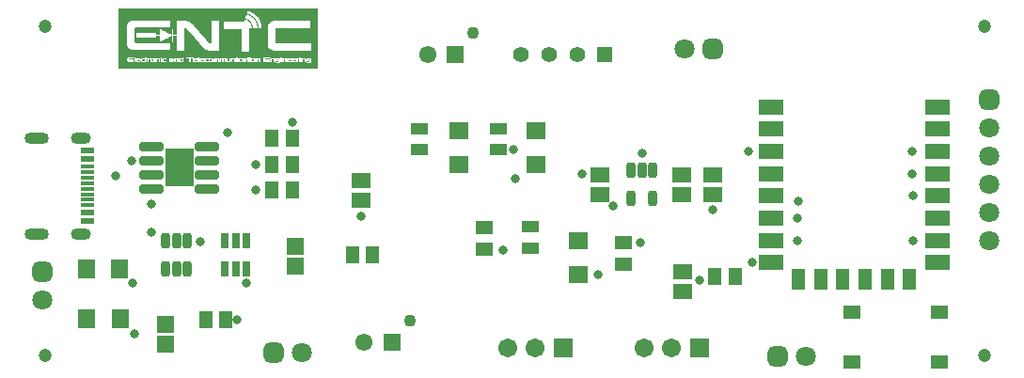
<source format=gts>
G04*
G04 #@! TF.GenerationSoftware,Altium Limited,Altium Designer,25.2.1 (25)*
G04*
G04 Layer_Color=8388736*
%FSLAX44Y44*%
%MOMM*%
G71*
G04*
G04 #@! TF.SameCoordinates,151459D2-9B86-48AD-89DC-2ABF3E981002*
G04*
G04*
G04 #@! TF.FilePolarity,Negative*
G04*
G01*
G75*
%ADD20R,1.1500X0.6000*%
%ADD21R,1.1500X0.3000*%
%ADD27R,1.5500X1.3000*%
%ADD30R,1.5098X1.3061*%
%ADD32R,1.5562X1.5046*%
%ADD35R,1.3032X1.9032*%
%ADD36R,2.2032X1.4032*%
%ADD37R,1.6532X1.3532*%
%ADD38R,1.2132X1.5832*%
%ADD39R,1.5832X1.2132*%
%ADD40R,1.2032X1.5532*%
%ADD41R,0.7932X1.4132*%
%ADD42R,1.5832X1.1232*%
%ADD43R,1.8032X1.6032*%
G04:AMPARAMS|DCode=44|XSize=1.4132mm|YSize=0.7932mm|CornerRadius=0.2491mm|HoleSize=0mm|Usage=FLASHONLY|Rotation=270.000|XOffset=0mm|YOffset=0mm|HoleType=Round|Shape=RoundedRectangle|*
%AMROUNDEDRECTD44*
21,1,1.4132,0.2950,0,0,270.0*
21,1,0.9150,0.7932,0,0,270.0*
1,1,0.4982,-0.1475,-0.4575*
1,1,0.4982,-0.1475,0.4575*
1,1,0.4982,0.1475,0.4575*
1,1,0.4982,0.1475,-0.4575*
%
%ADD44ROUNDEDRECTD44*%
G04:AMPARAMS|DCode=45|XSize=2.1732mm|YSize=0.8032mm|CornerRadius=0.1766mm|HoleSize=0mm|Usage=FLASHONLY|Rotation=0.000|XOffset=0mm|YOffset=0mm|HoleType=Round|Shape=RoundedRectangle|*
%AMROUNDEDRECTD45*
21,1,2.1732,0.4500,0,0,0.0*
21,1,1.8200,0.8032,0,0,0.0*
1,1,0.3532,0.9100,-0.2250*
1,1,0.3532,-0.9100,-0.2250*
1,1,0.3532,-0.9100,0.2250*
1,1,0.3532,0.9100,0.2250*
%
%ADD45ROUNDEDRECTD45*%
%ADD46R,2.6162X3.5052*%
%ADD47R,1.6032X1.8032*%
%ADD48C,1.2032*%
G04:AMPARAMS|DCode=49|XSize=1.8032mm|YSize=1.8032mm|CornerRadius=0.5016mm|HoleSize=0mm|Usage=FLASHONLY|Rotation=0.000|XOffset=0mm|YOffset=0mm|HoleType=Round|Shape=RoundedRectangle|*
%AMROUNDEDRECTD49*
21,1,1.8032,0.8000,0,0,0.0*
21,1,0.8000,1.8032,0,0,0.0*
1,1,1.0032,0.4000,-0.4000*
1,1,1.0032,-0.4000,-0.4000*
1,1,1.0032,-0.4000,0.4000*
1,1,1.0032,0.4000,0.4000*
%
%ADD49ROUNDEDRECTD49*%
%ADD50C,1.8032*%
G04:AMPARAMS|DCode=51|XSize=1mm|YSize=2.2mm|CornerRadius=0.5mm|HoleSize=0mm|Usage=FLASHONLY|Rotation=270.000|XOffset=0mm|YOffset=0mm|HoleType=Round|Shape=RoundedRectangle|*
%AMROUNDEDRECTD51*
21,1,1.0000,1.2000,0,0,270.0*
21,1,0.0000,2.2000,0,0,270.0*
1,1,1.0000,-0.6000,0.0000*
1,1,1.0000,-0.6000,0.0000*
1,1,1.0000,0.6000,0.0000*
1,1,1.0000,0.6000,0.0000*
%
%ADD51ROUNDEDRECTD51*%
G04:AMPARAMS|DCode=52|XSize=1mm|YSize=1.8mm|CornerRadius=0.5mm|HoleSize=0mm|Usage=FLASHONLY|Rotation=270.000|XOffset=0mm|YOffset=0mm|HoleType=Round|Shape=RoundedRectangle|*
%AMROUNDEDRECTD52*
21,1,1.0000,0.8000,0,0,270.0*
21,1,0.0000,1.8000,0,0,270.0*
1,1,1.0000,-0.4000,0.0000*
1,1,1.0000,-0.4000,0.0000*
1,1,1.0000,0.4000,0.0000*
1,1,1.0000,0.4000,0.0000*
%
%ADD52ROUNDEDRECTD52*%
%ADD53C,1.7112*%
%ADD54R,1.7112X1.7112*%
G04:AMPARAMS|DCode=55|XSize=1.8032mm|YSize=1.8032mm|CornerRadius=0.5016mm|HoleSize=0mm|Usage=FLASHONLY|Rotation=270.000|XOffset=0mm|YOffset=0mm|HoleType=Round|Shape=RoundedRectangle|*
%AMROUNDEDRECTD55*
21,1,1.8032,0.8000,0,0,270.0*
21,1,0.8000,1.8032,0,0,270.0*
1,1,1.0032,-0.4000,-0.4000*
1,1,1.0032,-0.4000,0.4000*
1,1,1.0032,0.4000,0.4000*
1,1,1.0032,0.4000,-0.4000*
%
%ADD55ROUNDEDRECTD55*%
%ADD56R,1.5500X1.5500*%
%ADD57C,1.5500*%
%ADD58C,1.1000*%
%ADD59R,1.4000X1.4000*%
%ADD60C,1.4000*%
%ADD61C,0.8128*%
G36*
X272569Y338675D02*
Y338483D01*
Y338290D01*
Y338098D01*
Y337905D01*
Y337713D01*
Y337520D01*
Y337327D01*
Y337135D01*
Y336942D01*
Y336750D01*
Y336557D01*
Y336365D01*
Y336172D01*
Y335980D01*
Y335787D01*
Y335594D01*
Y335402D01*
Y335209D01*
Y335017D01*
Y334824D01*
Y334632D01*
Y334439D01*
Y334247D01*
Y334054D01*
Y333862D01*
Y333669D01*
Y333476D01*
Y333284D01*
Y333091D01*
Y332899D01*
Y332706D01*
Y332514D01*
Y332321D01*
Y332128D01*
Y331936D01*
Y331743D01*
Y331551D01*
Y331358D01*
Y331166D01*
Y330973D01*
Y330781D01*
Y330588D01*
Y330396D01*
Y330203D01*
Y330010D01*
Y329818D01*
Y329625D01*
Y329433D01*
Y329240D01*
Y329048D01*
Y328855D01*
Y328662D01*
Y328470D01*
Y328277D01*
Y328085D01*
Y327892D01*
Y327700D01*
Y327507D01*
Y327315D01*
Y327122D01*
Y326929D01*
Y326737D01*
Y326544D01*
Y326352D01*
Y326159D01*
Y325967D01*
Y325774D01*
Y325582D01*
Y325389D01*
Y325196D01*
Y325004D01*
Y324811D01*
Y324619D01*
Y324426D01*
Y324234D01*
Y324041D01*
Y323849D01*
Y323656D01*
Y323463D01*
Y323271D01*
Y323078D01*
Y322886D01*
Y322693D01*
Y322501D01*
Y322308D01*
Y322116D01*
Y321923D01*
Y321730D01*
Y321538D01*
Y321345D01*
Y321153D01*
Y320960D01*
Y320768D01*
Y320575D01*
Y320382D01*
Y320190D01*
Y319997D01*
Y319805D01*
Y319612D01*
Y319420D01*
Y319227D01*
Y319035D01*
Y318842D01*
Y318650D01*
Y318457D01*
Y318264D01*
Y318072D01*
Y317879D01*
Y317687D01*
Y317494D01*
Y317302D01*
Y317109D01*
Y316917D01*
Y316724D01*
Y316531D01*
Y316339D01*
Y316146D01*
Y315954D01*
Y315761D01*
Y315569D01*
Y315376D01*
Y315184D01*
Y314991D01*
Y314798D01*
Y314606D01*
Y314413D01*
Y314221D01*
Y314028D01*
Y313836D01*
Y313643D01*
Y313451D01*
Y313258D01*
Y313065D01*
Y312873D01*
Y312680D01*
Y312488D01*
Y312295D01*
Y312103D01*
Y311910D01*
Y311717D01*
Y311525D01*
Y311332D01*
Y311140D01*
Y310947D01*
Y310755D01*
Y310562D01*
Y310370D01*
Y310177D01*
Y309984D01*
Y309792D01*
Y309599D01*
Y309407D01*
Y309214D01*
Y309022D01*
Y308829D01*
Y308637D01*
Y308444D01*
Y308251D01*
Y308059D01*
Y307866D01*
Y307674D01*
Y307481D01*
Y307289D01*
Y307096D01*
Y306904D01*
Y306711D01*
Y306518D01*
Y306326D01*
Y306133D01*
Y305941D01*
Y305748D01*
Y305556D01*
Y305363D01*
Y305171D01*
Y304978D01*
Y304785D01*
Y304593D01*
Y304400D01*
Y304208D01*
Y304015D01*
Y303823D01*
Y303630D01*
Y303438D01*
Y303245D01*
Y303053D01*
Y302860D01*
Y302667D01*
Y302475D01*
Y302282D01*
Y302090D01*
Y301897D01*
Y301705D01*
Y301512D01*
Y301320D01*
Y301127D01*
Y300934D01*
Y300742D01*
Y300549D01*
Y300357D01*
Y300164D01*
Y299972D01*
Y299779D01*
Y299586D01*
Y299394D01*
Y299201D01*
Y299009D01*
Y298816D01*
Y298624D01*
Y298431D01*
Y298239D01*
Y298046D01*
Y297854D01*
Y297661D01*
Y297468D01*
Y297276D01*
Y297083D01*
Y296891D01*
Y296698D01*
Y296506D01*
Y296313D01*
Y296120D01*
Y295928D01*
Y295735D01*
Y295543D01*
Y295350D01*
Y295158D01*
Y294965D01*
Y294773D01*
Y294580D01*
Y294387D01*
Y294195D01*
Y294002D01*
Y293810D01*
Y293617D01*
Y293425D01*
Y293232D01*
Y293039D01*
Y292847D01*
Y292654D01*
Y292462D01*
Y292269D01*
Y292077D01*
Y291884D01*
Y291692D01*
Y291499D01*
Y291306D01*
Y291114D01*
Y290921D01*
Y290729D01*
Y290536D01*
Y290344D01*
Y290151D01*
Y289959D01*
Y289766D01*
Y289573D01*
Y289381D01*
Y289188D01*
Y288996D01*
Y288803D01*
Y288611D01*
Y288418D01*
Y288226D01*
Y288033D01*
Y287840D01*
Y287648D01*
Y287455D01*
Y287263D01*
Y287070D01*
Y286878D01*
Y286685D01*
Y286493D01*
Y286300D01*
Y286108D01*
Y285915D01*
Y285722D01*
Y285530D01*
Y285337D01*
Y285145D01*
Y284952D01*
Y284760D01*
Y284567D01*
X92529D01*
Y284760D01*
Y284952D01*
Y285145D01*
Y285337D01*
Y285530D01*
Y285722D01*
Y285915D01*
Y286108D01*
Y286300D01*
Y286493D01*
Y286685D01*
Y286878D01*
Y287070D01*
Y287263D01*
Y287455D01*
Y287648D01*
Y287840D01*
Y288033D01*
Y288226D01*
Y288418D01*
Y288611D01*
Y288803D01*
Y288996D01*
Y289188D01*
Y289381D01*
Y289573D01*
Y289766D01*
Y289959D01*
Y290151D01*
Y290344D01*
Y290536D01*
Y290729D01*
Y290921D01*
Y291114D01*
Y291306D01*
Y291499D01*
Y291692D01*
Y291884D01*
Y292077D01*
Y292269D01*
Y292462D01*
Y292654D01*
Y292847D01*
Y293039D01*
Y293232D01*
Y293425D01*
Y293617D01*
Y293810D01*
Y294002D01*
Y294195D01*
Y294387D01*
Y294580D01*
Y294773D01*
Y294965D01*
Y295158D01*
Y295350D01*
Y295543D01*
Y295735D01*
Y295928D01*
Y296120D01*
Y296313D01*
Y296506D01*
Y296698D01*
Y296891D01*
Y297083D01*
Y297276D01*
Y297468D01*
Y297661D01*
Y297854D01*
Y298046D01*
Y298239D01*
Y298431D01*
Y298624D01*
Y298816D01*
Y299009D01*
Y299201D01*
Y299394D01*
Y299586D01*
Y299779D01*
Y299972D01*
Y300164D01*
Y300357D01*
Y300549D01*
Y300742D01*
Y300934D01*
Y301127D01*
Y301320D01*
Y301512D01*
Y301705D01*
Y301897D01*
Y302090D01*
Y302282D01*
Y302475D01*
Y302667D01*
Y302860D01*
Y303053D01*
Y303245D01*
Y303438D01*
Y303630D01*
Y303823D01*
Y304015D01*
Y304208D01*
Y304400D01*
Y304593D01*
Y304785D01*
Y304978D01*
Y305171D01*
Y305363D01*
Y305556D01*
Y305748D01*
Y305941D01*
Y306133D01*
Y306326D01*
Y306518D01*
Y306711D01*
Y306904D01*
Y307096D01*
Y307289D01*
Y307481D01*
Y307674D01*
Y307866D01*
Y308059D01*
Y308251D01*
Y308444D01*
Y308637D01*
Y308829D01*
Y309022D01*
Y309214D01*
Y309407D01*
Y309599D01*
Y309792D01*
Y309984D01*
Y310177D01*
Y310370D01*
Y310562D01*
Y310755D01*
Y310947D01*
Y311140D01*
Y311332D01*
Y311525D01*
Y311717D01*
Y311910D01*
Y312103D01*
Y312295D01*
Y312488D01*
Y312680D01*
Y312873D01*
Y313065D01*
Y313258D01*
Y313451D01*
Y313643D01*
Y313836D01*
Y314028D01*
Y314221D01*
Y314413D01*
Y314606D01*
Y314798D01*
Y314991D01*
Y315184D01*
Y315376D01*
Y315569D01*
Y315761D01*
Y315954D01*
Y316146D01*
Y316339D01*
Y316531D01*
Y316724D01*
Y316917D01*
Y317109D01*
Y317302D01*
Y317494D01*
Y317687D01*
Y317879D01*
Y318072D01*
Y318264D01*
Y318457D01*
Y318650D01*
Y318842D01*
Y319035D01*
Y319227D01*
Y319420D01*
Y319612D01*
Y319805D01*
Y319997D01*
Y320190D01*
Y320382D01*
Y320575D01*
Y320768D01*
Y320960D01*
Y321153D01*
Y321345D01*
Y321538D01*
Y321730D01*
Y321923D01*
Y322116D01*
Y322308D01*
Y322501D01*
Y322693D01*
Y322886D01*
Y323078D01*
Y323271D01*
Y323463D01*
Y323656D01*
Y323849D01*
Y324041D01*
Y324234D01*
Y324426D01*
Y324619D01*
Y324811D01*
Y325004D01*
Y325196D01*
Y325389D01*
Y325582D01*
Y325774D01*
Y325967D01*
Y326159D01*
Y326352D01*
Y326544D01*
Y326737D01*
Y326929D01*
Y327122D01*
Y327315D01*
Y327507D01*
Y327700D01*
Y327892D01*
Y328085D01*
Y328277D01*
Y328470D01*
Y328662D01*
Y328855D01*
Y329048D01*
Y329240D01*
Y329433D01*
Y329625D01*
Y329818D01*
Y330010D01*
Y330203D01*
Y330396D01*
Y330588D01*
Y330781D01*
Y330973D01*
Y331166D01*
Y331358D01*
Y331551D01*
Y331743D01*
Y331936D01*
Y332128D01*
Y332321D01*
Y332514D01*
Y332706D01*
Y332899D01*
Y333091D01*
Y333284D01*
Y333476D01*
Y333669D01*
Y333862D01*
Y334054D01*
Y334247D01*
Y334439D01*
Y334632D01*
Y334824D01*
Y335017D01*
Y335209D01*
Y335402D01*
Y335594D01*
Y335787D01*
Y335980D01*
Y336172D01*
Y336365D01*
Y336557D01*
Y336750D01*
Y336942D01*
Y337135D01*
Y337327D01*
Y337520D01*
Y337713D01*
Y337905D01*
Y338098D01*
Y338290D01*
Y338483D01*
Y338675D01*
Y338868D01*
X272569D01*
Y338675D01*
D02*
G37*
%LPC*%
G36*
X209988Y336557D02*
X209026D01*
Y336365D01*
Y336172D01*
X208833D01*
Y335980D01*
Y335787D01*
Y335594D01*
Y335402D01*
X208640D01*
Y335209D01*
Y335017D01*
X208448D01*
Y334824D01*
Y334632D01*
Y334439D01*
Y334247D01*
X208833D01*
Y334054D01*
X209603D01*
Y333862D01*
X209988D01*
Y333669D01*
X210181D01*
Y333476D01*
X210951D01*
Y333284D01*
X211144D01*
Y333091D01*
X211529D01*
Y332899D01*
X211914D01*
Y332706D01*
X212106D01*
Y332514D01*
X212492D01*
Y332321D01*
X212877D01*
Y332128D01*
X213069D01*
Y331936D01*
X213454D01*
Y331743D01*
X213647D01*
Y331551D01*
X213839D01*
Y331358D01*
X214032D01*
Y331166D01*
X214225D01*
Y330973D01*
X214417D01*
Y330781D01*
X214802D01*
Y330588D01*
Y330396D01*
X214995D01*
Y330203D01*
X215187D01*
Y330010D01*
X215380D01*
Y329818D01*
X215572D01*
Y329625D01*
X215765D01*
Y329433D01*
X215958D01*
Y329240D01*
X216150D01*
Y329048D01*
X216343D01*
Y328855D01*
X216535D01*
Y328662D01*
Y328470D01*
X216728D01*
Y328277D01*
Y328085D01*
X216920D01*
Y327892D01*
X217113D01*
Y327700D01*
Y327507D01*
Y327315D01*
X217306D01*
Y327122D01*
X217498D01*
Y326929D01*
Y326737D01*
X217691D01*
Y326544D01*
Y326352D01*
Y326159D01*
X217883D01*
Y325967D01*
Y325774D01*
X218076D01*
Y325582D01*
Y325389D01*
X218268D01*
Y325196D01*
Y325004D01*
Y324811D01*
Y324619D01*
X218461D01*
Y324426D01*
Y324234D01*
Y324041D01*
X218653D01*
Y323849D01*
Y323656D01*
Y323463D01*
Y323271D01*
Y323078D01*
Y322886D01*
Y322693D01*
Y322501D01*
Y322308D01*
Y322116D01*
X218846D01*
Y321923D01*
Y321730D01*
Y321538D01*
Y321345D01*
Y321153D01*
X219039D01*
Y320960D01*
X221349D01*
Y321153D01*
X221542D01*
Y321345D01*
Y321538D01*
Y321730D01*
Y321923D01*
Y322116D01*
Y322308D01*
Y322501D01*
Y322693D01*
Y322886D01*
Y323078D01*
X221349D01*
Y323271D01*
X221542D01*
Y323463D01*
Y323656D01*
X221349D01*
Y323849D01*
Y324041D01*
Y324234D01*
X221157D01*
Y324426D01*
Y324619D01*
Y324811D01*
Y325004D01*
Y325196D01*
Y325389D01*
X220964D01*
Y325582D01*
Y325774D01*
Y325967D01*
X220772D01*
Y326159D01*
Y326352D01*
X220579D01*
Y326544D01*
Y326737D01*
Y326929D01*
Y327122D01*
X220386D01*
Y327315D01*
X220194D01*
Y327507D01*
Y327700D01*
Y327892D01*
X220001D01*
Y328085D01*
Y328277D01*
X219809D01*
Y328470D01*
X219616D01*
Y328662D01*
Y328855D01*
X219424D01*
Y329048D01*
Y329240D01*
X219231D01*
Y329433D01*
X219039D01*
Y329625D01*
Y329818D01*
X218846D01*
Y330010D01*
X218653D01*
Y330203D01*
Y330396D01*
X218461D01*
Y330588D01*
Y330781D01*
X218268D01*
Y330973D01*
X218076D01*
Y331166D01*
X217883D01*
Y331358D01*
X217691D01*
Y331551D01*
X217498D01*
Y331743D01*
X217306D01*
Y331936D01*
X217113D01*
Y332128D01*
X216920D01*
Y332321D01*
X216728D01*
Y332514D01*
X216535D01*
Y332706D01*
X216343D01*
Y332899D01*
X216150D01*
Y333091D01*
X215958D01*
Y333284D01*
X215765D01*
Y333476D01*
X215572D01*
Y333669D01*
X215187D01*
Y333862D01*
X214995D01*
Y334054D01*
X214610D01*
Y334247D01*
X214225D01*
Y334439D01*
X214032D01*
Y334632D01*
X213647D01*
Y334824D01*
X213262D01*
Y335017D01*
X213069D01*
Y335209D01*
X212684D01*
Y335402D01*
X212299D01*
Y335594D01*
X211914D01*
Y335787D01*
X211336D01*
Y335980D01*
X210951D01*
Y336172D01*
X210566D01*
Y336365D01*
X209988D01*
Y336557D01*
D02*
G37*
G36*
X208640Y333284D02*
X207870D01*
Y333091D01*
X207678D01*
Y332899D01*
Y332706D01*
Y332514D01*
Y332321D01*
Y332128D01*
X207485D01*
Y331936D01*
Y331743D01*
X207292D01*
Y331551D01*
Y331358D01*
X207100D01*
Y331166D01*
X207292D01*
Y330973D01*
X207100D01*
Y330781D01*
Y330588D01*
X206907D01*
Y330396D01*
Y330203D01*
X206715D01*
Y330010D01*
Y329818D01*
X207292D01*
Y329625D01*
X207870D01*
Y329433D01*
X208255D01*
Y329240D01*
X208640D01*
Y329048D01*
X209026D01*
Y328855D01*
X209411D01*
Y328662D01*
X209603D01*
Y328470D01*
X209988D01*
Y328277D01*
X210181D01*
Y328085D01*
X210566D01*
Y327892D01*
X210759D01*
Y327700D01*
X210951D01*
Y327507D01*
X211144D01*
Y327315D01*
X211336D01*
Y327122D01*
X211529D01*
Y326929D01*
X211721D01*
Y326737D01*
X211914D01*
Y326544D01*
Y326352D01*
X212106D01*
Y326159D01*
X212299D01*
Y325967D01*
Y325774D01*
X212492D01*
Y325582D01*
Y325389D01*
X212684D01*
Y325196D01*
X212877D01*
Y325004D01*
Y324811D01*
X213069D01*
Y324619D01*
Y324426D01*
Y324234D01*
X213262D01*
Y324041D01*
Y323849D01*
X213454D01*
Y323656D01*
Y323463D01*
Y323271D01*
Y323078D01*
Y322886D01*
Y322693D01*
X213647D01*
Y322501D01*
Y322308D01*
Y322116D01*
Y321923D01*
Y321730D01*
Y321538D01*
Y321345D01*
X213839D01*
Y321153D01*
Y320960D01*
X217498D01*
Y321153D01*
X217691D01*
Y321345D01*
X217883D01*
Y321538D01*
Y321730D01*
Y321923D01*
X217691D01*
Y322116D01*
Y322308D01*
Y322501D01*
Y322693D01*
Y322886D01*
Y323078D01*
Y323271D01*
Y323463D01*
X217498D01*
Y323656D01*
Y323849D01*
Y324041D01*
Y324234D01*
Y324426D01*
X217306D01*
Y324619D01*
Y324811D01*
Y325004D01*
X217113D01*
Y325196D01*
Y325389D01*
Y325582D01*
X216920D01*
Y325774D01*
Y325967D01*
Y326159D01*
X216728D01*
Y326352D01*
X216535D01*
Y326544D01*
Y326737D01*
X216343D01*
Y326929D01*
Y327122D01*
X216150D01*
Y327315D01*
Y327507D01*
X215958D01*
Y327700D01*
Y327892D01*
X215765D01*
Y328085D01*
Y328277D01*
X215572D01*
Y328470D01*
X215380D01*
Y328662D01*
X215187D01*
Y328855D01*
X214995D01*
Y329048D01*
X214802D01*
Y329240D01*
X214610D01*
Y329433D01*
X214417D01*
Y329625D01*
X214225D01*
Y329818D01*
Y330010D01*
X214032D01*
Y330203D01*
X213839D01*
Y330396D01*
X213454D01*
Y330588D01*
X213262D01*
Y330781D01*
X213069D01*
Y330973D01*
X212877D01*
Y331166D01*
X212684D01*
Y331358D01*
X212299D01*
Y331551D01*
X211914D01*
Y331743D01*
X211529D01*
Y331936D01*
X211336D01*
Y332128D01*
X210951D01*
Y332321D01*
X210566D01*
Y332514D01*
X210181D01*
Y332706D01*
X209603D01*
Y332899D01*
X209411D01*
Y333091D01*
X208640D01*
Y333284D01*
D02*
G37*
G36*
X183416Y327700D02*
X176676D01*
Y327507D01*
X176483D01*
Y327315D01*
Y327122D01*
Y326929D01*
Y326737D01*
Y326544D01*
Y326352D01*
Y326159D01*
Y325967D01*
Y325774D01*
Y325582D01*
Y325389D01*
Y325196D01*
Y325004D01*
Y324811D01*
Y324619D01*
Y324426D01*
Y324234D01*
Y324041D01*
Y323849D01*
Y323656D01*
Y323463D01*
Y323271D01*
Y323078D01*
Y322886D01*
Y322693D01*
Y322501D01*
Y322308D01*
Y322116D01*
Y321923D01*
Y321730D01*
Y321538D01*
Y321345D01*
Y321153D01*
Y320960D01*
Y320768D01*
Y320575D01*
Y320382D01*
Y320190D01*
Y319997D01*
Y319805D01*
Y319612D01*
Y319420D01*
Y319227D01*
Y319035D01*
Y318842D01*
Y318650D01*
Y318457D01*
Y318264D01*
Y318072D01*
Y317879D01*
Y317687D01*
Y317494D01*
Y317302D01*
Y317109D01*
Y316917D01*
Y316724D01*
Y316531D01*
Y316339D01*
Y316146D01*
Y315954D01*
Y315761D01*
Y315569D01*
Y315376D01*
Y315184D01*
Y314991D01*
Y314798D01*
Y314606D01*
Y314413D01*
Y314221D01*
Y314028D01*
Y313836D01*
Y313643D01*
Y313451D01*
Y313258D01*
Y313065D01*
Y312873D01*
Y312680D01*
Y312488D01*
Y312295D01*
Y312103D01*
Y311910D01*
Y311717D01*
Y311525D01*
Y311332D01*
Y311140D01*
Y310947D01*
Y310755D01*
Y310562D01*
Y310370D01*
Y310177D01*
Y309984D01*
Y309792D01*
Y309599D01*
Y309407D01*
Y309214D01*
Y309022D01*
Y308829D01*
Y308637D01*
Y308444D01*
Y308251D01*
Y308059D01*
Y307866D01*
Y307674D01*
Y307481D01*
Y307289D01*
X175521D01*
Y307481D01*
X175136D01*
Y307674D01*
X174558D01*
Y307866D01*
X174366D01*
Y308059D01*
X174173D01*
Y308251D01*
X173788D01*
Y308444D01*
X173595D01*
Y308637D01*
X173403D01*
Y308829D01*
X173210D01*
Y309022D01*
X173018D01*
Y309214D01*
X172825D01*
Y309407D01*
X172632D01*
Y309599D01*
X172440D01*
Y309792D01*
X172247D01*
Y309984D01*
X172055D01*
Y310177D01*
X171862D01*
Y310370D01*
Y310562D01*
X171670D01*
Y310755D01*
X171477D01*
Y310947D01*
X171285D01*
Y311140D01*
X171092D01*
Y311332D01*
X170899D01*
Y311525D01*
Y311717D01*
X170707D01*
Y311910D01*
X170514D01*
Y312103D01*
X170322D01*
Y312295D01*
X170129D01*
Y312488D01*
X169937D01*
Y312680D01*
X169744D01*
Y312873D01*
Y313065D01*
X169552D01*
Y313258D01*
X169359D01*
Y313451D01*
X169166D01*
Y313643D01*
X168974D01*
Y313836D01*
X168781D01*
Y314028D01*
X168589D01*
Y314221D01*
X168396D01*
Y314413D01*
X168204D01*
Y314606D01*
X168011D01*
Y314798D01*
Y314991D01*
X167819D01*
Y315184D01*
X167626D01*
Y315376D01*
X167433D01*
Y315569D01*
X167241D01*
Y315761D01*
X167048D01*
Y315954D01*
Y316146D01*
X166856D01*
Y316339D01*
X166663D01*
Y316531D01*
X166471D01*
Y316724D01*
X166278D01*
Y316917D01*
X166085D01*
Y317109D01*
X165893D01*
Y317302D01*
X165700D01*
Y317494D01*
X165508D01*
Y317687D01*
X165315D01*
Y317879D01*
Y318072D01*
X165123D01*
Y318264D01*
X164930D01*
Y318457D01*
X164738D01*
Y318650D01*
X164545D01*
Y318842D01*
X164352D01*
Y319035D01*
Y319227D01*
X164160D01*
Y319420D01*
X163967D01*
Y319612D01*
X163775D01*
Y319805D01*
X163582D01*
Y319997D01*
X163390D01*
Y320190D01*
X163197D01*
Y320382D01*
X163005D01*
Y320575D01*
Y320768D01*
X162812D01*
Y320960D01*
X162619D01*
Y321153D01*
X162427D01*
Y321345D01*
X162234D01*
Y321538D01*
X162042D01*
Y321730D01*
X161849D01*
Y321923D01*
X161657D01*
Y322116D01*
X161464D01*
Y322308D01*
Y322501D01*
X161272D01*
Y322693D01*
X161079D01*
Y322886D01*
X160886D01*
Y323078D01*
X160694D01*
Y323271D01*
X160501D01*
Y323463D01*
X160309D01*
Y323656D01*
Y323849D01*
X160116D01*
Y324041D01*
X159924D01*
Y324234D01*
X159731D01*
Y324426D01*
X159539D01*
Y324619D01*
X159346D01*
Y324811D01*
X159153D01*
Y325004D01*
X158961D01*
Y325196D01*
X158768D01*
Y325389D01*
X158383D01*
Y325582D01*
X158191D01*
Y325774D01*
X157998D01*
Y325967D01*
X157613D01*
Y326159D01*
X157421D01*
Y326352D01*
X157228D01*
Y326544D01*
X156843D01*
Y326737D01*
X156458D01*
Y326929D01*
X155880D01*
Y327122D01*
X155302D01*
Y327315D01*
X154917D01*
Y327507D01*
X152799D01*
Y327700D01*
X144904D01*
Y327507D01*
Y327315D01*
Y327122D01*
Y326929D01*
Y326737D01*
Y326544D01*
Y326352D01*
Y326159D01*
Y325967D01*
Y325774D01*
Y325582D01*
Y325389D01*
Y325196D01*
Y325004D01*
Y324811D01*
Y324619D01*
Y324426D01*
Y324234D01*
Y324041D01*
Y323849D01*
Y323656D01*
Y323463D01*
Y323271D01*
Y323078D01*
Y322886D01*
Y322693D01*
Y322501D01*
Y322308D01*
Y322116D01*
Y321923D01*
Y321730D01*
Y321538D01*
Y321345D01*
Y321153D01*
Y320960D01*
Y320768D01*
Y320575D01*
Y320382D01*
Y320190D01*
Y319997D01*
Y319805D01*
Y319612D01*
Y319420D01*
Y319227D01*
Y319035D01*
Y318842D01*
Y318650D01*
Y318457D01*
Y318264D01*
Y318072D01*
Y317879D01*
Y317687D01*
Y317494D01*
Y317302D01*
Y317109D01*
Y316917D01*
Y316724D01*
Y316531D01*
Y316339D01*
Y316146D01*
Y315954D01*
Y315761D01*
Y315569D01*
Y315376D01*
Y315184D01*
Y314991D01*
X141631D01*
Y315184D01*
Y315376D01*
Y315569D01*
Y315761D01*
Y315954D01*
Y316146D01*
Y316339D01*
Y316531D01*
Y316724D01*
Y316917D01*
Y317109D01*
Y317302D01*
Y317494D01*
Y317687D01*
Y317879D01*
Y318072D01*
Y318264D01*
Y318457D01*
Y318650D01*
Y318842D01*
Y319035D01*
Y319227D01*
Y319420D01*
Y319612D01*
Y319805D01*
Y319997D01*
Y320190D01*
X140861D01*
Y319997D01*
Y319805D01*
Y319612D01*
Y319420D01*
Y319227D01*
Y319035D01*
Y318842D01*
Y318650D01*
Y318457D01*
Y318264D01*
Y318072D01*
Y317879D01*
Y317687D01*
Y317494D01*
Y317302D01*
Y317109D01*
Y316917D01*
Y316724D01*
Y316531D01*
Y316339D01*
Y316146D01*
Y315954D01*
Y315761D01*
Y315569D01*
Y315376D01*
Y315184D01*
Y314991D01*
X140283D01*
Y315184D01*
X139898D01*
Y315376D01*
X139705D01*
Y315569D01*
X139128D01*
Y315761D01*
X138935D01*
Y315954D01*
X138550D01*
Y316146D01*
X137972D01*
Y316339D01*
X137780D01*
Y316531D01*
X137395D01*
Y316724D01*
X137009D01*
Y316917D01*
X136624D01*
Y317109D01*
X136239D01*
Y317302D01*
X135854D01*
Y317494D01*
X135469D01*
Y317687D01*
X135084D01*
Y317879D01*
X134699D01*
Y318072D01*
X134314D01*
Y318264D01*
X133929D01*
Y318457D01*
X133544D01*
Y318650D01*
X133351D01*
Y318842D01*
X132773D01*
Y319035D01*
X132388D01*
Y319227D01*
X132003D01*
Y319420D01*
X131618D01*
Y319612D01*
X131233D01*
Y319805D01*
X130848D01*
Y319997D01*
X130655D01*
Y320190D01*
X130077D01*
Y319997D01*
Y319805D01*
Y319612D01*
Y319420D01*
Y319227D01*
Y319035D01*
Y318842D01*
Y318650D01*
Y318457D01*
Y318264D01*
Y318072D01*
Y317879D01*
Y317687D01*
Y317494D01*
Y317302D01*
Y317109D01*
Y316917D01*
Y316724D01*
Y316531D01*
Y316339D01*
Y316146D01*
Y315954D01*
Y315761D01*
Y315569D01*
Y315376D01*
Y315184D01*
Y314991D01*
X126226D01*
Y315184D01*
Y315376D01*
Y315569D01*
Y315761D01*
Y315954D01*
Y316146D01*
Y316339D01*
Y316531D01*
Y316724D01*
Y316917D01*
Y317109D01*
X108896D01*
Y316917D01*
Y316724D01*
Y316531D01*
Y316339D01*
Y316146D01*
Y315954D01*
Y315761D01*
Y315569D01*
Y315376D01*
Y315184D01*
Y314991D01*
Y314798D01*
Y314606D01*
Y314413D01*
Y314221D01*
Y314028D01*
Y313836D01*
Y313643D01*
Y313451D01*
Y313258D01*
Y313065D01*
Y312873D01*
Y312680D01*
Y312488D01*
Y312295D01*
X126226D01*
Y312488D01*
Y312680D01*
Y312873D01*
Y313065D01*
Y313258D01*
Y313451D01*
Y313643D01*
Y313836D01*
Y314028D01*
X130077D01*
Y313836D01*
Y313643D01*
Y313451D01*
Y313258D01*
Y313065D01*
Y312873D01*
Y312680D01*
Y312488D01*
Y312295D01*
Y312103D01*
Y311910D01*
Y311717D01*
Y311525D01*
Y311332D01*
Y311140D01*
Y310947D01*
Y310755D01*
Y310562D01*
Y310370D01*
Y310177D01*
Y309984D01*
Y309792D01*
Y309599D01*
Y309407D01*
Y309214D01*
Y309022D01*
Y308829D01*
X130655D01*
Y309022D01*
X131040D01*
Y309214D01*
X131425D01*
Y309407D01*
X131811D01*
Y309599D01*
X132388D01*
Y309792D01*
X132581D01*
Y309984D01*
X132966D01*
Y310177D01*
X133351D01*
Y310370D01*
X133736D01*
Y310562D01*
X134121D01*
Y310755D01*
X134506D01*
Y310947D01*
X134891D01*
Y311140D01*
X135276D01*
Y311332D01*
X135662D01*
Y311525D01*
X136047D01*
Y311717D01*
X136432D01*
Y311910D01*
X136817D01*
Y312103D01*
X137202D01*
Y312295D01*
X137587D01*
Y312488D01*
X137972D01*
Y312680D01*
X138357D01*
Y312873D01*
X138743D01*
Y313065D01*
X139128D01*
Y313258D01*
X139320D01*
Y313451D01*
X139705D01*
Y313643D01*
X140283D01*
Y313836D01*
X140476D01*
Y314028D01*
X140861D01*
Y313836D01*
Y313643D01*
Y313451D01*
Y313258D01*
Y313065D01*
Y312873D01*
Y312680D01*
Y312488D01*
Y312295D01*
Y312103D01*
Y311910D01*
Y311717D01*
Y311525D01*
Y311332D01*
Y311140D01*
Y310947D01*
Y310755D01*
Y310562D01*
Y310370D01*
Y310177D01*
Y309984D01*
Y309792D01*
Y309599D01*
Y309407D01*
Y309214D01*
Y309022D01*
Y308829D01*
Y308637D01*
Y308444D01*
X141631D01*
Y308637D01*
Y308829D01*
Y309022D01*
Y309214D01*
Y309407D01*
Y309599D01*
Y309792D01*
Y309984D01*
Y310177D01*
Y310370D01*
Y310562D01*
Y310755D01*
Y310947D01*
Y311140D01*
Y311332D01*
Y311525D01*
Y311717D01*
Y311910D01*
Y312103D01*
Y312295D01*
Y312488D01*
Y312680D01*
Y312873D01*
Y313065D01*
Y313258D01*
Y313451D01*
Y313643D01*
Y313836D01*
Y314028D01*
X144904D01*
Y313836D01*
Y313643D01*
Y313451D01*
Y313258D01*
Y313065D01*
Y312873D01*
Y312680D01*
Y312488D01*
Y312295D01*
Y312103D01*
Y311910D01*
Y311717D01*
Y311525D01*
Y311332D01*
Y311140D01*
Y310947D01*
Y310755D01*
Y310562D01*
Y310370D01*
Y310177D01*
Y309984D01*
Y309792D01*
Y309599D01*
Y309407D01*
Y309214D01*
Y309022D01*
Y308829D01*
Y308637D01*
Y308444D01*
Y308251D01*
Y308059D01*
Y307866D01*
Y307674D01*
Y307481D01*
Y307289D01*
Y307096D01*
Y306904D01*
Y306711D01*
Y306518D01*
Y306326D01*
Y306133D01*
Y305941D01*
Y305748D01*
Y305556D01*
Y305363D01*
Y305171D01*
Y304978D01*
Y304785D01*
Y304593D01*
Y304400D01*
Y304208D01*
Y304015D01*
Y303823D01*
Y303630D01*
Y303438D01*
Y303245D01*
Y303053D01*
Y302860D01*
Y302667D01*
Y302475D01*
Y302282D01*
Y302090D01*
Y301897D01*
Y301705D01*
Y301512D01*
Y301320D01*
Y301127D01*
Y300934D01*
Y300742D01*
X145097D01*
Y300549D01*
X151644D01*
Y300742D01*
Y300934D01*
Y301127D01*
Y301320D01*
Y301512D01*
Y301705D01*
Y301897D01*
Y302090D01*
Y302282D01*
Y302475D01*
Y302667D01*
Y302860D01*
Y303053D01*
Y303245D01*
Y303438D01*
Y303630D01*
Y303823D01*
Y304015D01*
Y304208D01*
Y304400D01*
Y304593D01*
Y304785D01*
Y304978D01*
Y305171D01*
Y305363D01*
Y305556D01*
Y305748D01*
Y305941D01*
Y306133D01*
Y306326D01*
Y306518D01*
Y306711D01*
Y306904D01*
Y307096D01*
Y307289D01*
Y307481D01*
Y307674D01*
Y307866D01*
Y308059D01*
Y308251D01*
Y308444D01*
Y308637D01*
Y308829D01*
Y309022D01*
Y309214D01*
Y309407D01*
Y309599D01*
Y309792D01*
Y309984D01*
Y310177D01*
Y310370D01*
Y310562D01*
Y310755D01*
Y310947D01*
Y311140D01*
Y311332D01*
Y311525D01*
Y311717D01*
Y311910D01*
Y312103D01*
Y312295D01*
Y312488D01*
Y312680D01*
Y312873D01*
Y313065D01*
Y313258D01*
Y313451D01*
Y313643D01*
Y313836D01*
Y314028D01*
Y314221D01*
Y314413D01*
Y314606D01*
Y314798D01*
Y314991D01*
Y315184D01*
Y315376D01*
Y315569D01*
Y315761D01*
Y315954D01*
Y316146D01*
Y316339D01*
Y316531D01*
Y316724D01*
Y316917D01*
Y317109D01*
Y317302D01*
Y317494D01*
Y317687D01*
Y317879D01*
Y318072D01*
Y318264D01*
Y318457D01*
Y318650D01*
Y318842D01*
Y319035D01*
Y319227D01*
Y319420D01*
Y319612D01*
Y319805D01*
Y319997D01*
Y320190D01*
Y320382D01*
Y320575D01*
Y320768D01*
Y320960D01*
Y321153D01*
X152221D01*
Y320960D01*
X153377D01*
Y320768D01*
X153569D01*
Y320575D01*
X153954D01*
Y320382D01*
X154147D01*
Y320190D01*
X154532D01*
Y319997D01*
X154725D01*
Y319805D01*
X154917D01*
Y319612D01*
X155110D01*
Y319420D01*
X155495D01*
Y319227D01*
Y319035D01*
X155688D01*
Y318842D01*
X155880D01*
Y318650D01*
X156073D01*
Y318457D01*
Y318264D01*
X156265D01*
Y318072D01*
X156458D01*
Y317879D01*
X156650D01*
Y317687D01*
X156843D01*
Y317494D01*
X157035D01*
Y317302D01*
Y317109D01*
X157228D01*
Y316917D01*
X157613D01*
Y316724D01*
Y316531D01*
X157806D01*
Y316339D01*
X157998D01*
Y316146D01*
X158191D01*
Y315954D01*
X158383D01*
Y315761D01*
X158576D01*
Y315569D01*
Y315376D01*
X158768D01*
Y315184D01*
X158961D01*
Y314991D01*
X159153D01*
Y314798D01*
X159346D01*
Y314606D01*
X159539D01*
Y314413D01*
Y314221D01*
X159731D01*
Y314028D01*
X159924D01*
Y313836D01*
X160116D01*
Y313643D01*
X160309D01*
Y313451D01*
X160501D01*
Y313258D01*
Y313065D01*
X160886D01*
Y312873D01*
X161079D01*
Y312680D01*
Y312488D01*
X161272D01*
Y312295D01*
X161464D01*
Y312103D01*
X161657D01*
Y311910D01*
X161849D01*
Y311717D01*
X162042D01*
Y311525D01*
Y311332D01*
X162234D01*
Y311140D01*
X162427D01*
Y310947D01*
X162619D01*
Y310755D01*
X162812D01*
Y310562D01*
X163005D01*
Y310370D01*
Y310177D01*
X163197D01*
Y309984D01*
X163390D01*
Y309792D01*
X163582D01*
Y309599D01*
Y309407D01*
X163967D01*
Y309214D01*
X164160D01*
Y309022D01*
X164352D01*
Y308829D01*
X164545D01*
Y308637D01*
Y308444D01*
X164738D01*
Y308251D01*
X164930D01*
Y308059D01*
X165123D01*
Y307866D01*
X165315D01*
Y307674D01*
X165508D01*
Y307481D01*
Y307289D01*
X165700D01*
Y307096D01*
X165893D01*
Y306904D01*
X166085D01*
Y306711D01*
Y306518D01*
X166471D01*
Y306326D01*
Y306133D01*
X166663D01*
Y305941D01*
X167048D01*
Y305748D01*
Y305556D01*
Y305363D01*
X167433D01*
Y305171D01*
X167626D01*
Y304978D01*
X167819D01*
Y304785D01*
X168011D01*
Y304593D01*
Y304400D01*
Y304208D01*
X168396D01*
Y304015D01*
X168589D01*
Y303823D01*
X168781D01*
Y303630D01*
X168974D01*
Y303438D01*
X169166D01*
Y303245D01*
X169359D01*
Y303053D01*
X169552D01*
Y302860D01*
X169937D01*
Y302667D01*
X170129D01*
Y302475D01*
X170322D01*
Y302282D01*
X170707D01*
Y302090D01*
X170899D01*
Y301897D01*
X171285D01*
Y301705D01*
X171862D01*
Y301512D01*
X172055D01*
Y301320D01*
X172632D01*
Y301127D01*
X173403D01*
Y300934D01*
X174558D01*
Y300742D01*
X175328D01*
Y300549D01*
X183223D01*
Y300742D01*
X183416D01*
Y300934D01*
Y301127D01*
Y301320D01*
Y301512D01*
Y301705D01*
Y301897D01*
Y302090D01*
Y302282D01*
Y302475D01*
Y302667D01*
Y302860D01*
Y303053D01*
Y303245D01*
Y303438D01*
Y303630D01*
Y303823D01*
Y304015D01*
Y304208D01*
Y304400D01*
Y304593D01*
Y304785D01*
Y304978D01*
Y305171D01*
Y305363D01*
Y305556D01*
Y305748D01*
Y305941D01*
Y306133D01*
Y306326D01*
Y306518D01*
Y306711D01*
Y306904D01*
Y307096D01*
Y307289D01*
Y307481D01*
Y307674D01*
Y307866D01*
Y308059D01*
Y308251D01*
Y308444D01*
Y308637D01*
Y308829D01*
Y309022D01*
Y309214D01*
Y309407D01*
Y309599D01*
Y309792D01*
Y309984D01*
Y310177D01*
Y310370D01*
Y310562D01*
Y310755D01*
Y310947D01*
Y311140D01*
Y311332D01*
Y311525D01*
Y311717D01*
Y311910D01*
Y312103D01*
Y312295D01*
Y312488D01*
Y312680D01*
Y312873D01*
Y313065D01*
Y313258D01*
Y313451D01*
Y313643D01*
Y313836D01*
Y314028D01*
Y314221D01*
Y314413D01*
Y314606D01*
Y314798D01*
Y314991D01*
Y315184D01*
Y315376D01*
Y315569D01*
Y315761D01*
Y315954D01*
Y316146D01*
Y316339D01*
Y316531D01*
Y316724D01*
Y316917D01*
Y317109D01*
Y317302D01*
Y317494D01*
Y317687D01*
Y317879D01*
Y318072D01*
Y318264D01*
Y318457D01*
Y318650D01*
Y318842D01*
Y319035D01*
Y319227D01*
Y319420D01*
Y319612D01*
Y319805D01*
Y319997D01*
Y320190D01*
Y320382D01*
Y320575D01*
Y320768D01*
Y320960D01*
Y321153D01*
Y321345D01*
Y321538D01*
Y321730D01*
Y321923D01*
Y322116D01*
Y322308D01*
Y322501D01*
Y322693D01*
Y322886D01*
Y323078D01*
Y323271D01*
Y323463D01*
Y323656D01*
Y323849D01*
Y324041D01*
Y324234D01*
Y324426D01*
Y324619D01*
Y324811D01*
Y325004D01*
Y325196D01*
Y325389D01*
Y325582D01*
Y325774D01*
Y325967D01*
Y326159D01*
Y326352D01*
Y326544D01*
Y326737D01*
Y326929D01*
Y327122D01*
Y327315D01*
Y327507D01*
Y327700D01*
D02*
G37*
G36*
X138935Y328085D02*
X105430D01*
Y327892D01*
X104660D01*
Y327700D01*
X104467D01*
Y327507D01*
X103697D01*
Y327315D01*
X103312D01*
Y327122D01*
X102927D01*
Y326929D01*
X102542D01*
Y326737D01*
X102349D01*
Y326544D01*
X102157D01*
Y326352D01*
X101964D01*
Y326159D01*
X101772D01*
Y325967D01*
X101387D01*
Y325774D01*
Y325582D01*
X101194D01*
Y325389D01*
X101002D01*
Y325196D01*
Y325004D01*
Y324811D01*
X100616D01*
Y324619D01*
X100809D01*
Y324426D01*
X100616D01*
Y324234D01*
Y324041D01*
Y323849D01*
X100424D01*
Y323656D01*
Y323463D01*
X100231D01*
Y323271D01*
Y323078D01*
Y322886D01*
Y322693D01*
Y322501D01*
Y322308D01*
Y322116D01*
Y321923D01*
Y321730D01*
Y321538D01*
Y321345D01*
Y321153D01*
Y320960D01*
Y320768D01*
Y320575D01*
Y320382D01*
Y320190D01*
Y319997D01*
Y319805D01*
Y319612D01*
Y319420D01*
Y319227D01*
Y319035D01*
Y318842D01*
Y318650D01*
Y318457D01*
Y318264D01*
Y318072D01*
Y317879D01*
Y317687D01*
Y317494D01*
Y317302D01*
Y317109D01*
Y316917D01*
Y316724D01*
Y316531D01*
Y316339D01*
Y316146D01*
Y315954D01*
Y315761D01*
Y315569D01*
Y315376D01*
Y315184D01*
Y314991D01*
Y314798D01*
Y314606D01*
Y314413D01*
Y314221D01*
Y314028D01*
Y313836D01*
Y313643D01*
Y313451D01*
Y313258D01*
Y313065D01*
Y312873D01*
Y312680D01*
Y312488D01*
Y312295D01*
Y312103D01*
Y311910D01*
Y311717D01*
Y311525D01*
Y311332D01*
Y311140D01*
Y310947D01*
Y310755D01*
Y310562D01*
Y310370D01*
Y310177D01*
Y309984D01*
Y309792D01*
Y309599D01*
Y309407D01*
Y309214D01*
Y309022D01*
Y308829D01*
Y308637D01*
Y308444D01*
Y308251D01*
Y308059D01*
Y307866D01*
Y307674D01*
Y307481D01*
Y307289D01*
Y307096D01*
Y306904D01*
Y306711D01*
Y306518D01*
Y306326D01*
Y306133D01*
Y305941D01*
Y305748D01*
X100424D01*
Y305556D01*
X100616D01*
Y305363D01*
Y305171D01*
X100809D01*
Y304978D01*
X100616D01*
Y304785D01*
X100809D01*
Y304593D01*
Y304400D01*
X101002D01*
Y304208D01*
X101194D01*
Y304015D01*
Y303823D01*
X101387D01*
Y303630D01*
X101579D01*
Y303438D01*
X101772D01*
Y303245D01*
X101964D01*
Y303053D01*
X102157D01*
Y302860D01*
X102349D01*
Y302667D01*
X102734D01*
Y302475D01*
X102927D01*
Y302282D01*
X103312D01*
Y302090D01*
X103697D01*
Y301897D01*
X104082D01*
Y301705D01*
X105045D01*
Y301512D01*
X105623D01*
Y301320D01*
X106971D01*
Y301127D01*
X139128D01*
Y301320D01*
Y301512D01*
Y301705D01*
Y301897D01*
Y302090D01*
Y302282D01*
Y302475D01*
Y302667D01*
Y302860D01*
Y303053D01*
Y303245D01*
Y303438D01*
Y303630D01*
Y303823D01*
Y304015D01*
Y304208D01*
Y304400D01*
Y304593D01*
Y304785D01*
Y304978D01*
Y305171D01*
Y305363D01*
Y305556D01*
Y305748D01*
Y305941D01*
Y306133D01*
Y306326D01*
Y306518D01*
Y306711D01*
Y306904D01*
Y307096D01*
Y307289D01*
Y307481D01*
Y307674D01*
X107741D01*
Y307866D01*
X107548D01*
Y308059D01*
X107356D01*
Y308251D01*
X107163D01*
Y308444D01*
Y308637D01*
Y308829D01*
Y309022D01*
Y309214D01*
Y309407D01*
Y309599D01*
Y309792D01*
Y309984D01*
Y310177D01*
Y310370D01*
Y310562D01*
Y310755D01*
Y310947D01*
Y311140D01*
Y311332D01*
Y311525D01*
Y311717D01*
Y311910D01*
Y312103D01*
Y312295D01*
Y312488D01*
Y312680D01*
Y312873D01*
Y313065D01*
Y313258D01*
Y313451D01*
Y313643D01*
Y313836D01*
Y314028D01*
Y314221D01*
Y314413D01*
Y314606D01*
Y314798D01*
Y314991D01*
Y315184D01*
Y315376D01*
Y315569D01*
Y315761D01*
Y315954D01*
Y316146D01*
Y316339D01*
Y316531D01*
Y316724D01*
Y316917D01*
Y317109D01*
Y317302D01*
Y317494D01*
Y317687D01*
Y317879D01*
Y318072D01*
Y318264D01*
Y318457D01*
Y318650D01*
Y318842D01*
Y319035D01*
Y319227D01*
Y319420D01*
Y319612D01*
Y319805D01*
Y319997D01*
Y320190D01*
Y320382D01*
Y320575D01*
Y320768D01*
Y320960D01*
X107356D01*
Y321153D01*
X107163D01*
Y321345D01*
X107548D01*
Y321538D01*
X138935D01*
Y321730D01*
Y321923D01*
Y322116D01*
Y322308D01*
Y322501D01*
Y322693D01*
Y322886D01*
Y323078D01*
Y323271D01*
Y323463D01*
Y323656D01*
Y323849D01*
Y324041D01*
Y324234D01*
Y324426D01*
Y324619D01*
Y324811D01*
Y325004D01*
Y325196D01*
Y325389D01*
Y325582D01*
Y325774D01*
Y325967D01*
Y326159D01*
Y326352D01*
Y326544D01*
Y326737D01*
Y326929D01*
Y327122D01*
Y327315D01*
Y327507D01*
Y327700D01*
Y327892D01*
Y328085D01*
D02*
G37*
G36*
X265830Y327700D02*
X234058D01*
Y327507D01*
X231940D01*
Y327315D01*
X231362D01*
Y327122D01*
X230784D01*
Y326929D01*
X230207D01*
Y326737D01*
X229822D01*
Y326544D01*
X229629D01*
Y326352D01*
X229244D01*
Y326159D01*
X229051D01*
Y325967D01*
X228859D01*
Y325774D01*
X228666D01*
Y325582D01*
X228474D01*
Y325389D01*
X228281D01*
Y325196D01*
X228089D01*
Y325004D01*
Y324811D01*
X227703D01*
Y324619D01*
Y324426D01*
X227511D01*
Y324234D01*
Y324041D01*
Y323849D01*
X227318D01*
Y323656D01*
Y323463D01*
X227126D01*
Y323271D01*
Y323078D01*
Y322886D01*
X226933D01*
Y322693D01*
Y322501D01*
Y322308D01*
Y322116D01*
Y321923D01*
Y321730D01*
Y321538D01*
Y321345D01*
Y321153D01*
Y320960D01*
Y320768D01*
Y320575D01*
Y320382D01*
Y320190D01*
Y319997D01*
Y319805D01*
Y319612D01*
Y319420D01*
Y319227D01*
Y319035D01*
Y318842D01*
Y318650D01*
Y318457D01*
Y318264D01*
Y318072D01*
Y317879D01*
Y317687D01*
Y317494D01*
Y317302D01*
Y317109D01*
Y316917D01*
Y316724D01*
Y316531D01*
Y316339D01*
Y316146D01*
Y315954D01*
Y315761D01*
Y315569D01*
Y315376D01*
Y315184D01*
Y314991D01*
Y314798D01*
Y314606D01*
Y314413D01*
Y314221D01*
Y314028D01*
Y313836D01*
Y313643D01*
Y313451D01*
Y313258D01*
Y313065D01*
Y312873D01*
Y312680D01*
Y312488D01*
Y312295D01*
Y312103D01*
Y311910D01*
Y311717D01*
Y311525D01*
Y311332D01*
Y311140D01*
Y310947D01*
Y310755D01*
Y310562D01*
Y310370D01*
Y310177D01*
Y309984D01*
Y309792D01*
Y309599D01*
Y309407D01*
Y309214D01*
Y309022D01*
Y308829D01*
Y308637D01*
Y308444D01*
Y308251D01*
Y308059D01*
Y307866D01*
Y307674D01*
Y307481D01*
Y307289D01*
Y307096D01*
Y306904D01*
Y306711D01*
X227126D01*
Y306518D01*
X226933D01*
Y306326D01*
Y306133D01*
Y305941D01*
Y305748D01*
Y305556D01*
Y305363D01*
X227126D01*
Y305171D01*
Y304978D01*
X227318D01*
Y304785D01*
Y304593D01*
X227511D01*
Y304400D01*
Y304208D01*
X227703D01*
Y304015D01*
Y303823D01*
Y303630D01*
X228089D01*
Y303438D01*
Y303245D01*
Y303053D01*
X228281D01*
Y302860D01*
X228474D01*
Y302667D01*
X228666D01*
Y302475D01*
X228859D01*
Y302282D01*
X229244D01*
Y302090D01*
X229629D01*
Y301897D01*
X229822D01*
Y301705D01*
X230399D01*
Y301512D01*
X230784D01*
Y301320D01*
X231169D01*
Y301127D01*
X231940D01*
Y300934D01*
X232903D01*
Y300742D01*
X234250D01*
Y300549D01*
X265637D01*
Y300742D01*
X266022D01*
Y300934D01*
Y301127D01*
Y301320D01*
Y301512D01*
Y301705D01*
Y301897D01*
Y302090D01*
Y302282D01*
Y302475D01*
Y302667D01*
Y302860D01*
Y303053D01*
Y303245D01*
Y303438D01*
Y303630D01*
Y303823D01*
Y304015D01*
Y304208D01*
Y304400D01*
Y304593D01*
Y304785D01*
Y304978D01*
Y305171D01*
Y305363D01*
Y305556D01*
Y305748D01*
Y305941D01*
Y306133D01*
Y306326D01*
Y306518D01*
Y306711D01*
Y306904D01*
Y307096D01*
X265830D01*
Y307289D01*
X234443D01*
Y307481D01*
X234250D01*
Y307674D01*
Y307866D01*
X234058D01*
Y308059D01*
Y308251D01*
Y308444D01*
Y308637D01*
Y308829D01*
Y309022D01*
Y309214D01*
Y309407D01*
Y309599D01*
Y309792D01*
Y309984D01*
Y310177D01*
Y310370D01*
Y310562D01*
Y310755D01*
Y310947D01*
Y311140D01*
Y311332D01*
Y311525D01*
Y311717D01*
Y311910D01*
Y312103D01*
Y312295D01*
Y312488D01*
Y312680D01*
Y312873D01*
Y313065D01*
Y313258D01*
Y313451D01*
Y313643D01*
Y313836D01*
Y314028D01*
Y314221D01*
Y314413D01*
Y314606D01*
Y314798D01*
Y314991D01*
Y315184D01*
Y315376D01*
Y315569D01*
Y315761D01*
Y315954D01*
Y316146D01*
Y316339D01*
Y316531D01*
Y316724D01*
Y316917D01*
Y317109D01*
Y317302D01*
Y317494D01*
Y317687D01*
Y317879D01*
Y318072D01*
Y318264D01*
Y318457D01*
Y318650D01*
Y318842D01*
Y319035D01*
Y319227D01*
Y319420D01*
Y319612D01*
Y319805D01*
Y319997D01*
Y320190D01*
Y320382D01*
Y320575D01*
X234250D01*
Y320768D01*
Y320960D01*
X234828D01*
Y321153D01*
X265830D01*
Y321345D01*
Y321538D01*
Y321730D01*
Y321923D01*
Y322116D01*
Y322308D01*
Y322501D01*
Y322693D01*
Y322886D01*
Y323078D01*
Y323271D01*
Y323463D01*
Y323656D01*
Y323849D01*
Y324041D01*
Y324234D01*
Y324426D01*
Y324619D01*
Y324811D01*
Y325004D01*
Y325196D01*
Y325389D01*
Y325582D01*
Y325774D01*
Y325967D01*
Y326159D01*
Y326352D01*
Y326544D01*
Y326737D01*
Y326929D01*
Y327122D01*
Y327315D01*
Y327507D01*
Y327700D01*
D02*
G37*
G36*
X207292Y328855D02*
X206330D01*
Y328662D01*
X206137D01*
Y328470D01*
Y328277D01*
Y328085D01*
Y327892D01*
X205945D01*
Y327700D01*
Y327507D01*
X205752D01*
Y327315D01*
Y327122D01*
Y326929D01*
X188037D01*
Y326737D01*
X187844D01*
Y326544D01*
Y326352D01*
Y326159D01*
Y325967D01*
Y325774D01*
Y325582D01*
Y325389D01*
Y325196D01*
Y325004D01*
Y324811D01*
Y324619D01*
Y324426D01*
Y324234D01*
Y324041D01*
Y323849D01*
Y323656D01*
Y323463D01*
Y323271D01*
Y323078D01*
Y322886D01*
Y322693D01*
Y322501D01*
Y322308D01*
Y322116D01*
Y321923D01*
Y321730D01*
Y321538D01*
Y321345D01*
Y321153D01*
Y320960D01*
Y320768D01*
Y320575D01*
Y320382D01*
X203441D01*
Y320190D01*
Y319997D01*
Y319805D01*
Y319612D01*
Y319420D01*
Y319227D01*
Y319035D01*
Y318842D01*
Y318650D01*
Y318457D01*
Y318264D01*
Y318072D01*
Y317879D01*
Y317687D01*
Y317494D01*
Y317302D01*
Y317109D01*
Y316917D01*
Y316724D01*
Y316531D01*
Y316339D01*
Y316146D01*
Y315954D01*
Y315761D01*
Y315569D01*
Y315376D01*
Y315184D01*
Y314991D01*
Y314798D01*
Y314606D01*
Y314413D01*
Y314221D01*
Y314028D01*
Y313836D01*
Y313643D01*
Y313451D01*
Y313258D01*
Y313065D01*
Y312873D01*
Y312680D01*
Y312488D01*
Y312295D01*
Y312103D01*
Y311910D01*
Y311717D01*
Y311525D01*
Y311332D01*
Y311140D01*
Y310947D01*
Y310755D01*
Y310562D01*
Y310370D01*
Y310177D01*
Y309984D01*
Y309792D01*
Y309599D01*
Y309407D01*
Y309214D01*
Y309022D01*
Y308829D01*
Y308637D01*
Y308444D01*
Y308251D01*
Y308059D01*
Y307866D01*
Y307674D01*
Y307481D01*
Y307289D01*
Y307096D01*
Y306904D01*
Y306711D01*
Y306518D01*
Y306326D01*
Y306133D01*
Y305941D01*
Y305748D01*
Y305556D01*
Y305363D01*
Y305171D01*
Y304978D01*
Y304785D01*
Y304593D01*
Y304400D01*
Y304208D01*
Y304015D01*
Y303823D01*
Y303630D01*
Y303438D01*
Y303245D01*
Y303053D01*
Y302860D01*
Y302667D01*
Y302475D01*
Y302282D01*
Y302090D01*
Y301897D01*
Y301705D01*
Y301512D01*
Y301320D01*
Y301127D01*
Y300934D01*
Y300742D01*
Y300549D01*
Y300357D01*
Y300164D01*
Y299972D01*
X210373D01*
Y300164D01*
X210566D01*
Y300357D01*
Y300549D01*
Y300742D01*
Y300934D01*
Y301127D01*
Y301320D01*
Y301512D01*
Y301705D01*
Y301897D01*
Y302090D01*
Y302282D01*
Y302475D01*
Y302667D01*
Y302860D01*
Y303053D01*
Y303245D01*
Y303438D01*
Y303630D01*
Y303823D01*
Y304015D01*
Y304208D01*
Y304400D01*
Y304593D01*
Y304785D01*
Y304978D01*
Y305171D01*
Y305363D01*
Y305556D01*
Y305748D01*
Y305941D01*
Y306133D01*
Y306326D01*
Y306518D01*
Y306711D01*
Y306904D01*
Y307096D01*
Y307289D01*
Y307481D01*
Y307674D01*
Y307866D01*
Y308059D01*
Y308251D01*
Y308444D01*
Y308637D01*
Y308829D01*
Y309022D01*
Y309214D01*
Y309407D01*
Y309599D01*
Y309792D01*
Y309984D01*
Y310177D01*
Y310370D01*
Y310562D01*
Y310755D01*
Y310947D01*
Y311140D01*
Y311332D01*
Y311525D01*
Y311717D01*
Y311910D01*
Y312103D01*
Y312295D01*
Y312488D01*
Y312680D01*
Y312873D01*
Y313065D01*
Y313258D01*
Y313451D01*
Y313643D01*
Y313836D01*
Y314028D01*
Y314221D01*
Y314413D01*
Y314606D01*
Y314798D01*
Y314991D01*
Y315184D01*
Y315376D01*
Y315569D01*
Y315761D01*
Y315954D01*
Y316146D01*
Y316339D01*
Y316531D01*
Y316724D01*
Y316917D01*
Y317109D01*
Y317302D01*
Y317494D01*
Y317687D01*
Y317879D01*
Y318072D01*
Y318264D01*
Y318457D01*
Y318650D01*
Y318842D01*
Y319035D01*
Y319227D01*
Y319420D01*
Y319612D01*
Y319805D01*
Y319997D01*
Y320190D01*
Y320382D01*
Y320575D01*
Y320768D01*
Y320960D01*
Y321153D01*
X212684D01*
Y321345D01*
X212877D01*
Y321538D01*
Y321730D01*
Y321923D01*
Y322116D01*
X212684D01*
Y322308D01*
Y322501D01*
Y322693D01*
X212492D01*
Y322886D01*
Y323078D01*
Y323271D01*
Y323463D01*
X212299D01*
Y323656D01*
Y323849D01*
Y324041D01*
Y324234D01*
X212106D01*
Y324426D01*
Y324619D01*
X211914D01*
Y324811D01*
X211721D01*
Y325004D01*
Y325196D01*
X211529D01*
Y325389D01*
Y325582D01*
X211336D01*
Y325774D01*
X211144D01*
Y325967D01*
Y326159D01*
X210759D01*
Y326352D01*
Y326544D01*
X210566D01*
Y326737D01*
X210373D01*
Y326929D01*
X210181D01*
Y327122D01*
X209988D01*
Y327315D01*
X209603D01*
Y327507D01*
X209411D01*
Y327700D01*
X209218D01*
Y327892D01*
X208640D01*
Y328085D01*
X208448D01*
Y328277D01*
X208063D01*
Y328470D01*
X207485D01*
Y328662D01*
X207292D01*
Y328855D01*
D02*
G37*
G36*
X257165Y294773D02*
X255624D01*
Y294580D01*
Y294387D01*
Y294195D01*
Y294002D01*
X257165D01*
Y294195D01*
Y294387D01*
Y294580D01*
Y294773D01*
D02*
G37*
G36*
X239835D02*
X238487D01*
Y294580D01*
Y294387D01*
Y294195D01*
Y294002D01*
X239835D01*
Y294195D01*
Y294387D01*
Y294580D01*
Y294773D01*
D02*
G37*
G36*
X211721D02*
X210373D01*
Y294580D01*
Y294387D01*
Y294195D01*
Y294002D01*
X211721D01*
Y294195D01*
Y294387D01*
Y294580D01*
Y294773D01*
D02*
G37*
G36*
X199975D02*
X198435D01*
Y294580D01*
Y294387D01*
Y294195D01*
Y294002D01*
X199975D01*
Y294195D01*
Y294387D01*
Y294580D01*
Y294773D01*
D02*
G37*
G36*
X131811D02*
X130463D01*
Y294580D01*
Y294387D01*
Y294195D01*
Y294002D01*
X131811D01*
Y294195D01*
Y294387D01*
Y294580D01*
Y294773D01*
D02*
G37*
G36*
X209988Y294580D02*
X208448D01*
Y294387D01*
Y294195D01*
Y294002D01*
Y293810D01*
X208063D01*
Y293617D01*
X207678D01*
Y293810D01*
X200553D01*
Y293617D01*
X200361D01*
Y293425D01*
X200168D01*
Y293232D01*
X199975D01*
Y293425D01*
Y293617D01*
Y293810D01*
X198435D01*
Y293617D01*
Y293425D01*
X198627D01*
Y293232D01*
X198435D01*
Y293425D01*
X198242D01*
Y293617D01*
X198050D01*
Y293810D01*
X194199D01*
Y293617D01*
Y293425D01*
Y293232D01*
Y293039D01*
Y292847D01*
Y292654D01*
Y292462D01*
Y292269D01*
Y292077D01*
Y291884D01*
Y291692D01*
Y291499D01*
Y291306D01*
Y291114D01*
Y290921D01*
Y290729D01*
X195547D01*
Y290921D01*
Y291114D01*
Y291306D01*
Y291499D01*
Y291692D01*
Y291884D01*
Y292077D01*
Y292269D01*
Y292462D01*
Y292654D01*
X197087D01*
Y292462D01*
Y292269D01*
Y292077D01*
Y291884D01*
Y291692D01*
Y291499D01*
Y291306D01*
Y291114D01*
Y290921D01*
Y290729D01*
X199975D01*
Y290921D01*
Y291114D01*
X200361D01*
Y290921D01*
X200553D01*
Y290729D01*
X204019D01*
Y290921D01*
Y291114D01*
X204212D01*
Y290921D01*
X204404D01*
Y290729D01*
X207678D01*
Y290921D01*
X207870D01*
Y291114D01*
X208063D01*
Y291306D01*
X208255D01*
Y291499D01*
Y291692D01*
Y291884D01*
Y292077D01*
Y292269D01*
Y292462D01*
Y292654D01*
X208448D01*
Y292462D01*
Y292269D01*
Y292077D01*
Y291884D01*
Y291692D01*
Y291499D01*
Y291306D01*
Y291114D01*
Y290921D01*
Y290729D01*
X209988D01*
Y290921D01*
Y291114D01*
Y291306D01*
Y291499D01*
Y291692D01*
Y291884D01*
Y292077D01*
Y292269D01*
Y292462D01*
Y292654D01*
X210373D01*
Y292462D01*
Y292269D01*
Y292077D01*
Y291884D01*
Y291692D01*
Y291499D01*
Y291306D01*
Y291114D01*
Y290921D01*
Y290729D01*
X211721D01*
Y290921D01*
Y291114D01*
Y291306D01*
Y291499D01*
Y291692D01*
Y291884D01*
Y292077D01*
Y292269D01*
Y292462D01*
Y292654D01*
Y292847D01*
Y293039D01*
Y293232D01*
Y293425D01*
Y293617D01*
Y293810D01*
X209988D01*
Y294002D01*
Y294195D01*
Y294387D01*
Y294580D01*
D02*
G37*
G36*
X220194Y293810D02*
X216343D01*
Y293617D01*
Y293425D01*
Y293232D01*
X216150D01*
Y293425D01*
X215958D01*
Y293617D01*
X215765D01*
Y293810D01*
X212492D01*
Y293617D01*
X211914D01*
Y293425D01*
Y293232D01*
Y293039D01*
Y292847D01*
Y292654D01*
Y292462D01*
Y292269D01*
Y292077D01*
Y291884D01*
Y291692D01*
Y291499D01*
Y291306D01*
Y291114D01*
X212106D01*
Y290921D01*
X212299D01*
Y290729D01*
X215765D01*
Y290921D01*
X215958D01*
Y291114D01*
X216150D01*
Y291306D01*
X216343D01*
Y291114D01*
Y290921D01*
Y290729D01*
X217691D01*
Y290921D01*
Y291114D01*
Y291306D01*
Y291499D01*
Y291692D01*
Y291884D01*
Y292077D01*
Y292269D01*
Y292462D01*
Y292654D01*
X219231D01*
Y292462D01*
Y292269D01*
Y292077D01*
Y291884D01*
Y291692D01*
Y291499D01*
Y291306D01*
Y291114D01*
Y290921D01*
Y290729D01*
X220772D01*
Y290921D01*
Y291114D01*
Y291306D01*
Y291499D01*
Y291692D01*
Y291884D01*
Y292077D01*
Y292269D01*
Y292462D01*
Y292654D01*
Y292847D01*
Y293039D01*
Y293232D01*
X220579D01*
Y293425D01*
Y293617D01*
X220194D01*
Y293810D01*
D02*
G37*
G36*
X146252D02*
X142401D01*
Y293617D01*
Y293425D01*
Y293232D01*
X142209D01*
Y293425D01*
Y293617D01*
X141823D01*
Y293810D01*
X138357D01*
Y293617D01*
Y293425D01*
Y293232D01*
Y293039D01*
Y292847D01*
Y292654D01*
X138550D01*
Y292462D01*
X138357D01*
Y292269D01*
Y292077D01*
Y291884D01*
Y291692D01*
Y291499D01*
Y291306D01*
Y291114D01*
Y290921D01*
Y290729D01*
X142016D01*
Y290921D01*
X142209D01*
Y291114D01*
Y291306D01*
X142401D01*
Y291114D01*
Y290921D01*
Y290729D01*
X143749D01*
Y290921D01*
X143942D01*
Y291114D01*
Y291306D01*
Y291499D01*
Y291692D01*
Y291884D01*
Y292077D01*
Y292269D01*
Y292462D01*
Y292654D01*
X145482D01*
Y292462D01*
Y292269D01*
Y292077D01*
Y291884D01*
Y291692D01*
Y291499D01*
Y291306D01*
Y291114D01*
Y290921D01*
Y290729D01*
X146830D01*
Y290921D01*
Y291114D01*
Y291306D01*
Y291499D01*
Y291692D01*
Y291884D01*
Y292077D01*
Y292269D01*
Y292462D01*
Y292654D01*
Y292847D01*
Y293039D01*
Y293232D01*
X146637D01*
Y293425D01*
Y293617D01*
X146252D01*
Y293810D01*
D02*
G37*
G36*
X265637D02*
X262171D01*
Y293617D01*
X261978D01*
Y293425D01*
X261786D01*
Y293232D01*
Y293039D01*
X261593D01*
Y293232D01*
Y293425D01*
X261401D01*
Y293617D01*
X261208D01*
Y293810D01*
X257357D01*
Y293617D01*
Y293425D01*
Y293232D01*
Y293039D01*
Y292847D01*
Y292654D01*
Y292462D01*
Y292269D01*
Y292077D01*
Y291884D01*
Y291692D01*
Y291499D01*
Y291306D01*
Y291114D01*
Y290921D01*
Y290729D01*
X258705D01*
Y290921D01*
Y291114D01*
Y291306D01*
Y291499D01*
Y291692D01*
Y291884D01*
Y292077D01*
Y292269D01*
Y292462D01*
Y292654D01*
X260053D01*
Y292462D01*
Y292269D01*
Y292077D01*
Y291884D01*
Y291692D01*
Y291499D01*
Y291306D01*
Y291114D01*
Y290921D01*
Y290729D01*
X261593D01*
Y290921D01*
X261786D01*
Y291114D01*
Y291306D01*
Y291499D01*
X261978D01*
Y291306D01*
X262171D01*
Y291114D01*
X264674D01*
Y290921D01*
X262171D01*
Y290729D01*
X261978D01*
Y290536D01*
Y290344D01*
Y290151D01*
Y289959D01*
Y289766D01*
X265637D01*
Y289959D01*
X266022D01*
Y290151D01*
Y290344D01*
X266215D01*
Y290536D01*
Y290729D01*
Y290921D01*
Y291114D01*
Y291306D01*
Y291499D01*
Y291692D01*
Y291884D01*
Y292077D01*
Y292269D01*
Y292462D01*
Y292654D01*
Y292847D01*
Y293039D01*
Y293232D01*
Y293425D01*
X266022D01*
Y293617D01*
X265637D01*
Y293810D01*
D02*
G37*
G36*
X193814D02*
X192466D01*
Y293617D01*
Y293425D01*
Y293232D01*
Y293039D01*
Y292847D01*
Y292654D01*
Y292462D01*
Y292269D01*
Y292077D01*
Y291884D01*
X192658D01*
Y291692D01*
X191118D01*
Y291884D01*
Y292077D01*
Y292269D01*
Y292462D01*
Y292654D01*
Y292847D01*
Y293039D01*
Y293232D01*
Y293425D01*
Y293617D01*
X190925D01*
Y293810D01*
X189770D01*
Y293617D01*
X189577D01*
Y293425D01*
Y293232D01*
X189385D01*
Y293425D01*
X189192D01*
Y293617D01*
X189000D01*
Y293810D01*
X183801D01*
Y293617D01*
Y293425D01*
Y293232D01*
X183608D01*
Y293425D01*
X183416D01*
Y293617D01*
X183223D01*
Y293810D01*
X178024D01*
Y293617D01*
Y293425D01*
Y293232D01*
X177831D01*
Y293425D01*
X177639D01*
Y293617D01*
X177446D01*
Y293810D01*
X174173D01*
Y293617D01*
X173788D01*
Y293425D01*
Y293232D01*
X173595D01*
Y293425D01*
Y293617D01*
Y293810D01*
X170129D01*
Y293617D01*
X169744D01*
Y293425D01*
Y293232D01*
X169552D01*
Y293425D01*
Y293617D01*
X169359D01*
Y293810D01*
X165893D01*
Y293617D01*
X165700D01*
Y293425D01*
X165508D01*
Y293232D01*
Y293039D01*
Y292847D01*
Y292654D01*
Y292462D01*
Y292269D01*
Y292077D01*
Y291884D01*
Y291692D01*
Y291499D01*
Y291306D01*
Y291114D01*
X165700D01*
Y290921D01*
X165893D01*
Y290729D01*
X169552D01*
Y290921D01*
Y291114D01*
Y291306D01*
X169744D01*
Y291114D01*
X169937D01*
Y290921D01*
X170129D01*
Y290729D01*
X173595D01*
Y290921D01*
Y291114D01*
X173788D01*
Y290921D01*
X174173D01*
Y290729D01*
X177446D01*
Y290921D01*
X177831D01*
Y291114D01*
X178024D01*
Y290921D01*
Y290729D01*
X179372D01*
Y290921D01*
X179564D01*
Y291114D01*
Y291306D01*
Y291499D01*
Y291692D01*
Y291884D01*
Y292077D01*
Y292269D01*
Y292462D01*
Y292654D01*
X180142D01*
Y292462D01*
Y292269D01*
Y292077D01*
Y291884D01*
Y291692D01*
Y291499D01*
Y291306D01*
Y291114D01*
Y290921D01*
Y290729D01*
X181683D01*
Y290921D01*
Y291114D01*
Y291306D01*
Y291499D01*
Y291692D01*
Y291884D01*
Y292077D01*
Y292269D01*
Y292462D01*
Y292654D01*
X182260D01*
Y292462D01*
Y292269D01*
Y292077D01*
Y291884D01*
Y291692D01*
Y291499D01*
Y291306D01*
Y291114D01*
Y290921D01*
Y290729D01*
X185341D01*
Y290921D01*
Y291114D01*
Y291306D01*
Y291499D01*
Y291692D01*
Y291884D01*
Y292077D01*
Y292269D01*
Y292462D01*
Y292654D01*
X186111D01*
Y292462D01*
Y292269D01*
Y292077D01*
Y291884D01*
Y291692D01*
Y291499D01*
X185919D01*
Y291306D01*
Y291114D01*
X186111D01*
Y290921D01*
Y290729D01*
X187459D01*
Y290921D01*
X187652D01*
Y291114D01*
Y291306D01*
Y291499D01*
Y291692D01*
Y291884D01*
Y292077D01*
Y292269D01*
Y292462D01*
Y292654D01*
X188037D01*
Y292462D01*
Y292269D01*
Y292077D01*
Y291884D01*
Y291692D01*
Y291499D01*
Y291306D01*
Y291114D01*
Y290921D01*
Y290729D01*
X189577D01*
Y290921D01*
X189770D01*
Y291114D01*
X189963D01*
Y290921D01*
X190155D01*
Y290729D01*
X193428D01*
Y290921D01*
X193621D01*
Y291114D01*
X193814D01*
Y291306D01*
X194006D01*
Y291499D01*
Y291692D01*
Y291884D01*
Y292077D01*
Y292269D01*
Y292462D01*
Y292654D01*
Y292847D01*
Y293039D01*
Y293232D01*
Y293425D01*
Y293617D01*
X193814D01*
Y293810D01*
D02*
G37*
G36*
X229436Y294773D02*
X224045D01*
Y294580D01*
X223660D01*
Y294387D01*
X223467D01*
Y294195D01*
X223275D01*
Y294002D01*
Y293810D01*
Y293617D01*
Y293425D01*
Y293232D01*
Y293039D01*
Y292847D01*
Y292654D01*
Y292462D01*
Y292269D01*
Y292077D01*
Y291884D01*
Y291692D01*
Y291499D01*
Y291306D01*
X223467D01*
Y291114D01*
Y290921D01*
X223852D01*
Y290729D01*
X230784D01*
Y290921D01*
X230977D01*
Y291114D01*
Y291306D01*
Y291499D01*
Y291692D01*
Y291884D01*
Y292077D01*
Y292269D01*
Y292462D01*
Y292654D01*
X232325D01*
Y292462D01*
Y292269D01*
Y292077D01*
Y291884D01*
Y291692D01*
Y291499D01*
Y291306D01*
Y291114D01*
Y290921D01*
Y290729D01*
X233865D01*
Y290921D01*
Y291114D01*
Y291306D01*
Y291499D01*
X234058D01*
Y291306D01*
X234250D01*
Y291114D01*
X236946D01*
Y290921D01*
X234058D01*
Y290729D01*
Y290536D01*
Y290344D01*
Y290151D01*
Y289959D01*
Y289766D01*
X237524D01*
Y289959D01*
X238102D01*
Y290151D01*
X238294D01*
Y290344D01*
Y290536D01*
X238487D01*
Y290729D01*
X241375D01*
Y290921D01*
Y291114D01*
Y291306D01*
Y291499D01*
Y291692D01*
Y291884D01*
Y292077D01*
Y292269D01*
Y292462D01*
Y292654D01*
X242723D01*
Y292462D01*
Y292269D01*
Y292077D01*
Y291884D01*
Y291692D01*
Y291499D01*
Y291306D01*
Y291114D01*
Y290921D01*
Y290729D01*
X244263D01*
Y290921D01*
X244648D01*
Y290729D01*
X248500D01*
Y290921D01*
Y291114D01*
Y291306D01*
Y291499D01*
Y291692D01*
X245804D01*
Y291884D01*
X248114D01*
Y292077D01*
X248307D01*
Y292269D01*
X248500D01*
Y292462D01*
X248692D01*
Y292269D01*
Y292077D01*
Y291884D01*
Y291692D01*
Y291499D01*
Y291306D01*
Y291114D01*
X248885D01*
Y290921D01*
X249077D01*
Y290729D01*
X252736D01*
Y290921D01*
Y291114D01*
Y291306D01*
Y291499D01*
Y291692D01*
X250040D01*
Y291884D01*
X252543D01*
Y292077D01*
X252736D01*
Y292269D01*
X252928D01*
Y292077D01*
Y291884D01*
Y291692D01*
Y291499D01*
Y291306D01*
Y291114D01*
Y290921D01*
Y290729D01*
X254276D01*
Y290921D01*
X254469D01*
Y291114D01*
Y291306D01*
Y291499D01*
Y291692D01*
Y291884D01*
Y292077D01*
Y292269D01*
Y292462D01*
Y292654D01*
X255432D01*
Y292847D01*
X255624D01*
Y292654D01*
Y292462D01*
Y292269D01*
Y292077D01*
Y291884D01*
Y291692D01*
Y291499D01*
Y291306D01*
Y291114D01*
Y290921D01*
Y290729D01*
X257165D01*
Y290921D01*
Y291114D01*
Y291306D01*
Y291499D01*
Y291692D01*
Y291884D01*
Y292077D01*
Y292269D01*
Y292462D01*
Y292654D01*
Y292847D01*
Y293039D01*
Y293232D01*
Y293425D01*
Y293617D01*
Y293810D01*
X253506D01*
Y293617D01*
X253121D01*
Y293425D01*
X252736D01*
Y293617D01*
X252543D01*
Y293810D01*
X249077D01*
Y293617D01*
X248692D01*
Y293425D01*
X248307D01*
Y293617D01*
X248114D01*
Y293810D01*
X244841D01*
Y293617D01*
X244648D01*
Y293425D01*
X244071D01*
Y293617D01*
X243686D01*
Y293810D01*
X238487D01*
Y293617D01*
Y293425D01*
Y293232D01*
X238294D01*
Y293425D01*
X238102D01*
Y293617D01*
X237716D01*
Y293810D01*
X234443D01*
Y293617D01*
X234250D01*
Y293425D01*
X233865D01*
Y293232D01*
X233673D01*
Y293425D01*
Y293617D01*
X233288D01*
Y293810D01*
X229436D01*
Y294002D01*
Y294195D01*
Y294387D01*
Y294580D01*
Y294773D01*
D02*
G37*
G36*
X165315D02*
X163967D01*
Y294580D01*
Y294387D01*
Y294195D01*
Y294002D01*
Y293810D01*
Y293617D01*
Y293425D01*
Y293232D01*
Y293039D01*
Y292847D01*
Y292654D01*
Y292462D01*
Y292269D01*
Y292077D01*
Y291884D01*
Y291692D01*
Y291499D01*
Y291306D01*
Y291114D01*
Y290921D01*
Y290729D01*
X165315D01*
Y290921D01*
Y291114D01*
Y291306D01*
Y291499D01*
Y291692D01*
Y291884D01*
Y292077D01*
Y292269D01*
Y292462D01*
Y292654D01*
Y292847D01*
Y293039D01*
Y293232D01*
Y293425D01*
Y293617D01*
Y293810D01*
Y294002D01*
Y294195D01*
Y294387D01*
Y294580D01*
Y294773D01*
D02*
G37*
G36*
X159924D02*
X153954D01*
Y294580D01*
Y294387D01*
Y294195D01*
Y294002D01*
Y293810D01*
Y293617D01*
X156265D01*
Y293425D01*
Y293232D01*
Y293039D01*
Y292847D01*
Y292654D01*
Y292462D01*
Y292269D01*
Y292077D01*
Y291884D01*
Y291692D01*
Y291499D01*
Y291306D01*
Y291114D01*
Y290921D01*
Y290729D01*
X157613D01*
Y290921D01*
X157806D01*
Y291114D01*
Y291306D01*
Y291499D01*
Y291692D01*
Y291884D01*
Y292077D01*
Y292269D01*
Y292462D01*
Y292654D01*
Y292847D01*
Y293039D01*
Y293232D01*
Y293425D01*
Y293617D01*
X159924D01*
Y293425D01*
X159731D01*
Y293232D01*
Y293039D01*
Y292847D01*
Y292654D01*
Y292462D01*
Y292269D01*
Y292077D01*
Y291884D01*
Y291692D01*
Y291499D01*
Y291306D01*
Y291114D01*
X159924D01*
Y290921D01*
X160116D01*
Y290729D01*
X163775D01*
Y290921D01*
Y291114D01*
Y291306D01*
Y291499D01*
Y291692D01*
X161079D01*
Y291884D01*
X163390D01*
Y292077D01*
X163582D01*
Y292269D01*
X163775D01*
Y292462D01*
Y292654D01*
Y292847D01*
Y293039D01*
Y293232D01*
Y293425D01*
X163582D01*
Y293617D01*
X163390D01*
Y293810D01*
X160116D01*
Y294002D01*
Y294195D01*
Y294387D01*
Y294580D01*
X159924D01*
Y294773D01*
D02*
G37*
G36*
X151451D02*
X149911D01*
Y294580D01*
Y294387D01*
Y294195D01*
Y294002D01*
Y293810D01*
X147600D01*
Y293617D01*
X147215D01*
Y293425D01*
Y293232D01*
X147022D01*
Y293039D01*
Y292847D01*
Y292654D01*
Y292462D01*
Y292269D01*
Y292077D01*
Y291884D01*
Y291692D01*
Y291499D01*
Y291306D01*
Y291114D01*
X147215D01*
Y290921D01*
X147408D01*
Y290729D01*
X150874D01*
Y290921D01*
X151066D01*
Y291114D01*
X151259D01*
Y291306D01*
X151451D01*
Y291499D01*
Y291692D01*
Y291884D01*
Y292077D01*
Y292269D01*
Y292462D01*
Y292654D01*
Y292847D01*
Y293039D01*
Y293232D01*
Y293425D01*
Y293617D01*
Y293810D01*
Y294002D01*
Y294195D01*
Y294387D01*
Y294580D01*
Y294773D01*
D02*
G37*
G36*
X135662Y293810D02*
X132388D01*
Y293617D01*
X132196D01*
Y293425D01*
X132003D01*
Y293232D01*
Y293039D01*
Y292847D01*
Y292654D01*
Y292462D01*
Y292269D01*
Y292077D01*
Y291884D01*
Y291692D01*
Y291499D01*
Y291306D01*
Y291114D01*
Y290921D01*
X132388D01*
Y290729D01*
X135662D01*
Y290921D01*
Y291114D01*
Y291306D01*
Y291499D01*
Y291692D01*
X133158D01*
Y291884D01*
Y292077D01*
Y292269D01*
Y292462D01*
Y292654D01*
X135662D01*
Y292847D01*
Y293039D01*
Y293232D01*
Y293425D01*
Y293617D01*
Y293810D01*
D02*
G37*
G36*
X131811D02*
X130463D01*
Y293617D01*
Y293425D01*
Y293232D01*
Y293039D01*
Y292847D01*
Y292654D01*
Y292462D01*
Y292269D01*
Y292077D01*
Y291884D01*
Y291692D01*
Y291499D01*
Y291306D01*
Y291114D01*
Y290921D01*
Y290729D01*
X131811D01*
Y290921D01*
Y291114D01*
Y291306D01*
Y291499D01*
Y291692D01*
Y291884D01*
Y292077D01*
Y292269D01*
Y292462D01*
Y292654D01*
Y292847D01*
Y293039D01*
Y293232D01*
Y293425D01*
Y293617D01*
Y293810D01*
D02*
G37*
G36*
X129692D02*
X125841D01*
Y293617D01*
Y293425D01*
Y293232D01*
Y293039D01*
Y292847D01*
Y292654D01*
Y292462D01*
Y292269D01*
Y292077D01*
Y291884D01*
Y291692D01*
Y291499D01*
Y291306D01*
Y291114D01*
Y290921D01*
Y290729D01*
X127189D01*
Y290921D01*
Y291114D01*
Y291306D01*
Y291499D01*
Y291692D01*
Y291884D01*
Y292077D01*
Y292269D01*
Y292462D01*
Y292654D01*
X128730D01*
Y292462D01*
Y292269D01*
Y292077D01*
Y291884D01*
Y291692D01*
Y291499D01*
Y291306D01*
Y291114D01*
Y290921D01*
Y290729D01*
X130270D01*
Y290921D01*
Y291114D01*
Y291306D01*
Y291499D01*
Y291692D01*
Y291884D01*
Y292077D01*
Y292269D01*
Y292462D01*
Y292654D01*
Y292847D01*
Y293039D01*
X130077D01*
Y293232D01*
Y293425D01*
X129885D01*
Y293617D01*
X129692D01*
Y293810D01*
D02*
G37*
G36*
X117947Y294580D02*
X116599D01*
Y294387D01*
Y294195D01*
Y294002D01*
Y293810D01*
X112940D01*
Y293617D01*
X112747D01*
Y293425D01*
X112555D01*
Y293232D01*
Y293039D01*
Y292847D01*
Y292654D01*
Y292462D01*
Y292269D01*
Y292077D01*
Y291884D01*
Y291692D01*
Y291499D01*
Y291306D01*
Y291114D01*
X112747D01*
Y290921D01*
X112940D01*
Y290729D01*
X116214D01*
Y290921D01*
Y291114D01*
Y291306D01*
Y291499D01*
Y291692D01*
X113903D01*
Y291884D01*
X113710D01*
Y292077D01*
Y292269D01*
Y292462D01*
Y292654D01*
X116599D01*
Y292462D01*
Y292269D01*
Y292077D01*
Y291884D01*
Y291692D01*
Y291499D01*
Y291306D01*
Y291114D01*
Y290921D01*
Y290729D01*
X117947D01*
Y290921D01*
Y291114D01*
Y291306D01*
Y291499D01*
Y291692D01*
Y291884D01*
Y292077D01*
Y292269D01*
Y292462D01*
Y292654D01*
X118524D01*
Y292462D01*
Y292269D01*
Y292077D01*
Y291884D01*
Y291692D01*
Y291499D01*
Y291306D01*
Y291114D01*
Y290921D01*
Y290729D01*
X119872D01*
Y290921D01*
Y291114D01*
Y291306D01*
Y291499D01*
Y291692D01*
Y291884D01*
Y292077D01*
Y292269D01*
Y292462D01*
Y292654D01*
X121027D01*
Y292847D01*
X121220D01*
Y293039D01*
Y293232D01*
X121412D01*
Y293039D01*
Y292847D01*
Y292654D01*
Y292462D01*
Y292269D01*
Y292077D01*
Y291884D01*
Y291692D01*
Y291499D01*
Y291306D01*
Y291114D01*
X121605D01*
Y290921D01*
X121990D01*
Y290729D01*
X125071D01*
Y290921D01*
X125456D01*
Y291114D01*
Y291306D01*
X125649D01*
Y291499D01*
Y291692D01*
Y291884D01*
Y292077D01*
Y292269D01*
Y292462D01*
Y292654D01*
Y292847D01*
Y293039D01*
Y293232D01*
Y293425D01*
Y293617D01*
X125071D01*
Y293810D01*
X121798D01*
Y293617D01*
X121605D01*
Y293425D01*
X121412D01*
Y293617D01*
Y293810D01*
X119102D01*
Y293617D01*
X118717D01*
Y293425D01*
Y293232D01*
X118524D01*
Y293425D01*
Y293617D01*
Y293810D01*
X117947D01*
Y294002D01*
Y294195D01*
Y294387D01*
Y294580D01*
D02*
G37*
G36*
X111977Y293810D02*
X108704D01*
Y293617D01*
X108319D01*
Y293425D01*
Y293232D01*
Y293039D01*
Y292847D01*
Y292654D01*
Y292462D01*
Y292269D01*
Y292077D01*
Y291884D01*
Y291692D01*
Y291499D01*
Y291306D01*
Y291114D01*
X108511D01*
Y290921D01*
X108704D01*
Y290729D01*
X112170D01*
Y290921D01*
Y291114D01*
Y291306D01*
Y291499D01*
Y291692D01*
X109474D01*
Y291884D01*
X111977D01*
Y292077D01*
X112170D01*
Y292269D01*
X112362D01*
Y292462D01*
Y292654D01*
Y292847D01*
Y293039D01*
Y293232D01*
Y293425D01*
X112170D01*
Y293617D01*
X111977D01*
Y293810D01*
D02*
G37*
G36*
X107934Y294773D02*
X106778D01*
Y294580D01*
Y294387D01*
Y294195D01*
Y294002D01*
Y293810D01*
Y293617D01*
Y293425D01*
Y293232D01*
Y293039D01*
Y292847D01*
Y292654D01*
Y292462D01*
Y292269D01*
Y292077D01*
Y291884D01*
Y291692D01*
Y291499D01*
Y291306D01*
Y291114D01*
Y290921D01*
Y290729D01*
X107934D01*
Y290921D01*
Y291114D01*
Y291306D01*
Y291499D01*
Y291692D01*
Y291884D01*
Y292077D01*
Y292269D01*
Y292462D01*
Y292654D01*
Y292847D01*
Y293039D01*
Y293232D01*
Y293425D01*
Y293617D01*
Y293810D01*
Y294002D01*
Y294195D01*
Y294387D01*
Y294580D01*
Y294773D01*
D02*
G37*
G36*
X106586D02*
X101194D01*
Y294580D01*
X100809D01*
Y294387D01*
Y294195D01*
X100616D01*
Y294002D01*
Y293810D01*
Y293617D01*
Y293425D01*
Y293232D01*
Y293039D01*
Y292847D01*
Y292654D01*
Y292462D01*
Y292269D01*
Y292077D01*
Y291884D01*
Y291692D01*
Y291499D01*
Y291306D01*
Y291114D01*
X100809D01*
Y290921D01*
X101002D01*
Y290729D01*
X106586D01*
Y290921D01*
Y291114D01*
Y291306D01*
Y291499D01*
Y291692D01*
Y291884D01*
X101964D01*
Y292077D01*
Y292269D01*
X106586D01*
Y292462D01*
Y292654D01*
Y292847D01*
Y293039D01*
Y293232D01*
X101964D01*
Y293425D01*
Y293617D01*
X106586D01*
Y293810D01*
Y294002D01*
Y294195D01*
Y294387D01*
Y294580D01*
Y294773D01*
D02*
G37*
%LPD*%
G36*
X206715Y292654D02*
X204212D01*
Y292462D01*
X204019D01*
Y292269D01*
Y292077D01*
Y291884D01*
Y291692D01*
X201516D01*
Y291884D01*
Y292077D01*
Y292269D01*
Y292462D01*
Y292654D01*
X203634D01*
Y292847D01*
X206715D01*
Y292654D01*
D02*
G37*
G36*
X214802Y292462D02*
Y292269D01*
Y292077D01*
Y291884D01*
Y291692D01*
X213262D01*
Y291884D01*
Y292077D01*
Y292269D01*
Y292462D01*
Y292654D01*
X214802D01*
Y292462D01*
D02*
G37*
G36*
X264674D02*
Y292269D01*
Y292077D01*
X263326D01*
Y292269D01*
Y292462D01*
Y292654D01*
X264674D01*
Y292462D01*
D02*
G37*
G36*
X176483D02*
Y292269D01*
Y292077D01*
Y291884D01*
Y291692D01*
X175136D01*
Y291884D01*
Y292077D01*
Y292269D01*
Y292462D01*
Y292654D01*
X176483D01*
Y292462D01*
D02*
G37*
G36*
X173595Y292654D02*
Y292462D01*
Y292269D01*
Y292077D01*
Y291884D01*
Y291692D01*
X171092D01*
Y291884D01*
Y292077D01*
Y292269D01*
Y292462D01*
Y292654D01*
X173403D01*
Y292847D01*
X173595D01*
Y292654D01*
D02*
G37*
G36*
X169552Y291884D02*
Y291692D01*
X166856D01*
Y291884D01*
X169166D01*
Y292077D01*
X169552D01*
Y291884D01*
D02*
G37*
G36*
X229436Y293425D02*
Y293232D01*
X224815D01*
Y293425D01*
Y293617D01*
X229436D01*
Y293425D01*
D02*
G37*
G36*
X236946Y292462D02*
Y292269D01*
Y292077D01*
X235406D01*
Y292269D01*
Y292462D01*
Y292654D01*
X236946D01*
Y292462D01*
D02*
G37*
G36*
X229436Y292077D02*
Y291884D01*
Y291692D01*
X229244D01*
Y291884D01*
X224815D01*
Y292077D01*
Y292269D01*
X229436D01*
Y292077D01*
D02*
G37*
G36*
X149911Y292462D02*
Y292269D01*
Y292077D01*
Y291884D01*
Y291692D01*
X148370D01*
Y291884D01*
Y292077D01*
Y292269D01*
Y292462D01*
Y292654D01*
X149911D01*
Y292462D01*
D02*
G37*
G36*
X124301D02*
Y292269D01*
Y292077D01*
Y291884D01*
Y291692D01*
X122760D01*
Y291884D01*
X122568D01*
Y292077D01*
Y292269D01*
Y292462D01*
Y292654D01*
X124301D01*
Y292462D01*
D02*
G37*
D20*
X64730Y147070D02*
D03*
Y211070D02*
D03*
Y203070D02*
D03*
Y155070D02*
D03*
D21*
Y161570D02*
D03*
Y166570D02*
D03*
Y171570D02*
D03*
Y176570D02*
D03*
Y181570D02*
D03*
Y186570D02*
D03*
Y191570D02*
D03*
Y196570D02*
D03*
D27*
X832230Y20680D02*
D03*
X752730D02*
D03*
X832230Y65680D02*
D03*
X752730D02*
D03*
D30*
X421640Y141841D02*
D03*
Y122319D02*
D03*
D32*
X134620Y36712D02*
D03*
Y54728D02*
D03*
X251460Y106680D02*
D03*
Y124696D02*
D03*
D35*
X805000Y95000D02*
D03*
X785000D02*
D03*
X765000D02*
D03*
X745000D02*
D03*
X725000D02*
D03*
X705000D02*
D03*
D36*
X830000Y250000D02*
D03*
Y230000D02*
D03*
Y210000D02*
D03*
Y190000D02*
D03*
Y170000D02*
D03*
Y150000D02*
D03*
Y130000D02*
D03*
Y110000D02*
D03*
X680000D02*
D03*
Y130000D02*
D03*
Y150000D02*
D03*
Y170000D02*
D03*
Y190000D02*
D03*
Y210000D02*
D03*
Y230000D02*
D03*
Y250000D02*
D03*
D37*
X600710Y101600D02*
D03*
Y83600D02*
D03*
X627380Y171340D02*
D03*
Y189340D02*
D03*
X599440Y171340D02*
D03*
Y189340D02*
D03*
X525780Y171340D02*
D03*
Y189340D02*
D03*
X311150Y184260D02*
D03*
Y166260D02*
D03*
D38*
X629310Y97790D02*
D03*
X648310D02*
D03*
D39*
X547370Y127610D02*
D03*
Y108610D02*
D03*
D40*
X171340Y58420D02*
D03*
X189340D02*
D03*
X303420Y116840D02*
D03*
X321420D02*
D03*
X231030Y198374D02*
D03*
X249030D02*
D03*
X248920Y221742D02*
D03*
X230920D02*
D03*
X249000Y175000D02*
D03*
X231000D02*
D03*
D41*
X207620Y129390D02*
D03*
X198120D02*
D03*
X188620D02*
D03*
Y104290D02*
D03*
X207620D02*
D03*
X198120D02*
D03*
D42*
X434340Y230530D02*
D03*
Y211430D02*
D03*
X463550Y123190D02*
D03*
Y142290D02*
D03*
X363220Y230530D02*
D03*
Y211430D02*
D03*
D43*
X468630Y198360D02*
D03*
Y228360D02*
D03*
X398780Y198360D02*
D03*
Y228360D02*
D03*
X506730Y129300D02*
D03*
Y99300D02*
D03*
D44*
X573380Y192890D02*
D03*
X563880D02*
D03*
X554380D02*
D03*
Y167790D02*
D03*
X573380D02*
D03*
X135280Y104290D02*
D03*
X144780D02*
D03*
X154280D02*
D03*
X135280Y129390D02*
D03*
X144780D02*
D03*
X154280D02*
D03*
D45*
X122570Y214630D02*
D03*
Y201930D02*
D03*
Y189230D02*
D03*
Y176530D02*
D03*
X172070D02*
D03*
Y189230D02*
D03*
Y201930D02*
D03*
Y214630D02*
D03*
D46*
X147320Y195580D02*
D03*
D47*
X63740Y104140D02*
D03*
X93740D02*
D03*
X63980Y59690D02*
D03*
X93980D02*
D03*
D48*
X26670Y26670D02*
D03*
X872490D02*
D03*
X26670Y322580D02*
D03*
X872490D02*
D03*
D49*
X232410Y29210D02*
D03*
X685800Y25400D02*
D03*
X627380Y302260D02*
D03*
D50*
X257810Y29210D02*
D03*
X711200Y25400D02*
D03*
X601980Y302260D02*
D03*
X876300Y129540D02*
D03*
Y154940D02*
D03*
Y205740D02*
D03*
Y231140D02*
D03*
Y180340D02*
D03*
X24130Y76200D02*
D03*
D51*
X18980Y222270D02*
D03*
Y135870D02*
D03*
D52*
X58980Y222270D02*
D03*
Y135870D02*
D03*
D53*
X565950Y33020D02*
D03*
X590950D02*
D03*
X468000Y33000D02*
D03*
X443000D02*
D03*
D54*
X615950Y33020D02*
D03*
X493000Y33000D02*
D03*
D55*
X876300Y256540D02*
D03*
X24130Y101600D02*
D03*
D56*
X338836Y37846D02*
D03*
X396040Y297010D02*
D03*
D57*
X313836Y37846D02*
D03*
X371040Y297010D02*
D03*
D58*
X354836Y57846D02*
D03*
X412040Y317010D02*
D03*
D59*
X530460Y297180D02*
D03*
D60*
X505460D02*
D03*
X480460D02*
D03*
X455460D02*
D03*
D61*
X216656Y175260D02*
D03*
X311150Y151638D02*
D03*
X450342Y185420D02*
D03*
X122428Y137414D02*
D03*
X207772Y91186D02*
D03*
X166624Y129032D02*
D03*
X662940Y109982D02*
D03*
X627380Y157988D02*
D03*
X90170Y188468D02*
D03*
X104902Y201930D02*
D03*
X199390Y58420D02*
D03*
X106934Y45466D02*
D03*
X216576Y198374D02*
D03*
X249174Y236474D02*
D03*
X191008Y226822D02*
D03*
X105410Y91201D02*
D03*
X615696Y94488D02*
D03*
X537972Y160782D02*
D03*
X524256Y99060D02*
D03*
X564134Y208534D02*
D03*
X448310Y211582D02*
D03*
X562280Y127686D02*
D03*
X659863Y209775D02*
D03*
X509778Y189484D02*
D03*
X122570Y162926D02*
D03*
X439166Y121412D02*
D03*
X704596Y165100D02*
D03*
X703834Y149606D02*
D03*
Y129540D02*
D03*
X807720Y130048D02*
D03*
X807466Y209804D02*
D03*
X807212Y189992D02*
D03*
X807720Y170180D02*
D03*
M02*

</source>
